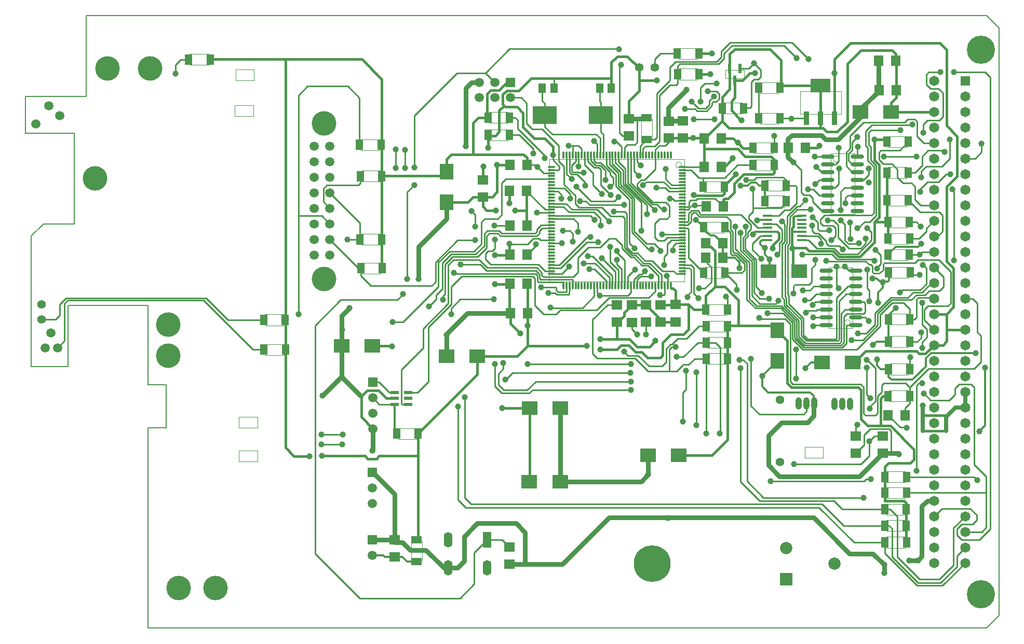
<source format=gtl>
%FSLAX42Y42*%
%MOMM*%
G71*
G01*
G75*
G04 Layer_Physical_Order=1*
G04 Layer_Color=255*
%ADD10C,0.20*%
%ADD11O,1.35X0.35*%
%ADD12O,0.35X1.35*%
%ADD13O,2.20X0.60*%
%ADD14R,1.65X0.30*%
%ADD15R,1.20X1.80*%
%ADD16R,1.80X1.20*%
%ADD17R,4.00X3.00*%
%ADD18R,1.45X0.55*%
%ADD19R,1.45X0.55*%
%ADD20R,0.60X1.55*%
%ADD21R,3.30X2.25*%
%ADD22R,0.95X2.25*%
%ADD23R,1.60X1.80*%
%ADD24R,2.20X2.60*%
%ADD25R,2.60X2.20*%
%ADD26R,1.80X1.60*%
%ADD27R,1.30X1.50*%
%ADD28C,0.23*%
%ADD29C,0.40*%
%ADD30C,0.80*%
%ADD31C,0.70*%
%ADD32C,0.30*%
%ADD33C,0.25*%
%ADD34C,0.25*%
%ADD35C,0.10*%
%ADD36C,1.65*%
%ADD37R,1.65X1.65*%
%ADD38C,4.60*%
%ADD39C,2.00*%
%ADD40R,2.00X2.00*%
%ADD41O,1.00X2.00*%
%ADD42O,1.00X2.00*%
%ADD43C,1.50*%
%ADD44C,1.40*%
%ADD45R,1.50X1.50*%
%ADD46R,1.50X1.50*%
%ADD47C,4.00*%
%ADD48R,1.40X2.50*%
%ADD49O,1.40X2.50*%
%ADD50C,6.00*%
%ADD51C,1.00*%
D10*
X16229Y949D02*
G03*
X16229Y949I-125J0D01*
G01*
X764Y5407D02*
X814D01*
Y5457D01*
X764D02*
X814D01*
X764Y5407D02*
Y5457D01*
Y5661D02*
Y5682D01*
Y5711D01*
X814Y5661D02*
Y5682D01*
Y5711D01*
X764D02*
X788D01*
X814D01*
X764Y5661D02*
X788D01*
X814D01*
X1524Y9072D02*
Y10394D01*
X16204D01*
X16405Y10193D01*
Y595D02*
Y10193D01*
X16204Y394D02*
X16405Y595D01*
X4024Y394D02*
X16204D01*
X2524D02*
X4024D01*
X2524D02*
Y3664D01*
X2824D01*
Y4364D01*
X2524D02*
X2824D01*
X2524D02*
Y5665D01*
X1224D02*
X2524D01*
X1224Y4664D02*
Y5665D01*
X624Y4664D02*
X1224D01*
X624D02*
Y6794D01*
X824Y6994D01*
X1324D01*
Y8478D01*
X522Y8477D02*
X1321D01*
X525Y8478D02*
Y9072D01*
X1524D01*
D11*
X11243Y7925D02*
D03*
Y7875D02*
D03*
Y7825D02*
D03*
Y7775D02*
D03*
Y7725D02*
D03*
Y7675D02*
D03*
Y7625D02*
D03*
Y7575D02*
D03*
Y7525D02*
D03*
Y7475D02*
D03*
Y7425D02*
D03*
Y7375D02*
D03*
Y7325D02*
D03*
Y7275D02*
D03*
Y7225D02*
D03*
Y7175D02*
D03*
Y7125D02*
D03*
Y7075D02*
D03*
Y7025D02*
D03*
Y6975D02*
D03*
Y6925D02*
D03*
Y6875D02*
D03*
Y6825D02*
D03*
Y6775D02*
D03*
Y6725D02*
D03*
Y6675D02*
D03*
Y6625D02*
D03*
Y6575D02*
D03*
Y6525D02*
D03*
Y6475D02*
D03*
Y6425D02*
D03*
Y6375D02*
D03*
Y6325D02*
D03*
Y6275D02*
D03*
Y6225D02*
D03*
Y6175D02*
D03*
X9107D02*
D03*
Y6225D02*
D03*
Y6275D02*
D03*
Y6325D02*
D03*
Y6375D02*
D03*
Y6425D02*
D03*
Y6475D02*
D03*
Y6525D02*
D03*
Y6575D02*
D03*
Y6625D02*
D03*
Y6675D02*
D03*
Y6725D02*
D03*
Y6775D02*
D03*
Y6825D02*
D03*
Y6875D02*
D03*
Y6925D02*
D03*
Y6975D02*
D03*
Y7025D02*
D03*
Y7075D02*
D03*
Y7125D02*
D03*
Y7175D02*
D03*
Y7225D02*
D03*
Y7275D02*
D03*
Y7325D02*
D03*
Y7375D02*
D03*
Y7425D02*
D03*
Y7475D02*
D03*
Y7525D02*
D03*
Y7575D02*
D03*
Y7625D02*
D03*
Y7675D02*
D03*
Y7725D02*
D03*
Y7775D02*
D03*
Y7825D02*
D03*
Y7875D02*
D03*
Y7925D02*
D03*
D12*
X11050Y5982D02*
D03*
X11000D02*
D03*
X10950D02*
D03*
X10900D02*
D03*
X10850D02*
D03*
X10800D02*
D03*
X10750D02*
D03*
X10700D02*
D03*
X10650D02*
D03*
X10600D02*
D03*
X10550D02*
D03*
X10500D02*
D03*
X10450D02*
D03*
X10400D02*
D03*
X10350D02*
D03*
X10300D02*
D03*
X10250D02*
D03*
X10200D02*
D03*
X10150D02*
D03*
X10100D02*
D03*
X10050D02*
D03*
X10000D02*
D03*
X9950D02*
D03*
X9900D02*
D03*
X9850D02*
D03*
X9800D02*
D03*
X9750D02*
D03*
X9700D02*
D03*
X9650D02*
D03*
X9600D02*
D03*
X9550D02*
D03*
X9500D02*
D03*
X9450D02*
D03*
X9400D02*
D03*
X9350D02*
D03*
X9300D02*
D03*
Y8118D02*
D03*
X9350D02*
D03*
X9400D02*
D03*
X9450D02*
D03*
X9500D02*
D03*
X9550D02*
D03*
X9600D02*
D03*
X9650D02*
D03*
X9700D02*
D03*
X9750D02*
D03*
X9800D02*
D03*
X9850D02*
D03*
X9900D02*
D03*
X9950D02*
D03*
X10000D02*
D03*
X10050D02*
D03*
X10100D02*
D03*
X10150D02*
D03*
X10200D02*
D03*
X10250D02*
D03*
X10300D02*
D03*
X10350D02*
D03*
X10400D02*
D03*
X10450D02*
D03*
X10500D02*
D03*
X10550D02*
D03*
X10600D02*
D03*
X10650D02*
D03*
X10700D02*
D03*
X10750D02*
D03*
X10800D02*
D03*
X10850D02*
D03*
X10900D02*
D03*
X10950D02*
D03*
X11000D02*
D03*
X11050D02*
D03*
D13*
X14092Y7203D02*
D03*
Y7330D02*
D03*
Y7457D02*
D03*
Y7584D02*
D03*
Y7711D02*
D03*
Y7838D02*
D03*
Y7965D02*
D03*
Y8092D02*
D03*
X13612Y7203D02*
D03*
Y7330D02*
D03*
Y7457D02*
D03*
Y7584D02*
D03*
Y7711D02*
D03*
Y7838D02*
D03*
Y7965D02*
D03*
Y8092D02*
D03*
X14065Y5338D02*
D03*
Y5465D02*
D03*
Y5592D02*
D03*
Y5719D02*
D03*
Y5846D02*
D03*
Y5973D02*
D03*
Y6100D02*
D03*
Y6227D02*
D03*
X13585Y5338D02*
D03*
Y5465D02*
D03*
Y5592D02*
D03*
Y5719D02*
D03*
Y5846D02*
D03*
Y5973D02*
D03*
Y6100D02*
D03*
Y6227D02*
D03*
D14*
X13183Y7123D02*
D03*
X12628Y6732D02*
D03*
X13183D02*
D03*
Y6797D02*
D03*
Y6863D02*
D03*
Y6928D02*
D03*
Y6992D02*
D03*
Y7057D02*
D03*
X12628Y6797D02*
D03*
Y6863D02*
D03*
Y6928D02*
D03*
Y6992D02*
D03*
Y7057D02*
D03*
Y7123D02*
D03*
D15*
X4768Y4940D02*
D03*
X4418D02*
D03*
X3540Y9678D02*
D03*
X3190D02*
D03*
X11578Y7598D02*
D03*
X11928D02*
D03*
X12390Y7953D02*
D03*
X12740D02*
D03*
X4763Y5425D02*
D03*
X4413D02*
D03*
X12835Y9215D02*
D03*
X12485D02*
D03*
X11890Y8883D02*
D03*
X12240D02*
D03*
X12482Y8715D02*
D03*
X12832D02*
D03*
X8070Y8730D02*
D03*
X8420D02*
D03*
X12737Y8232D02*
D03*
X12387D02*
D03*
X11158Y9773D02*
D03*
X11508D02*
D03*
X8073Y8445D02*
D03*
X8423D02*
D03*
X11588Y6938D02*
D03*
X11938D02*
D03*
X11588Y6195D02*
D03*
X11938D02*
D03*
X14575Y7830D02*
D03*
X14925D02*
D03*
X14593Y7023D02*
D03*
X14943D02*
D03*
X11977Y4792D02*
D03*
X11627D02*
D03*
X11977Y5055D02*
D03*
X11627D02*
D03*
X11623Y5593D02*
D03*
X11973D02*
D03*
X11977Y5322D02*
D03*
X11627D02*
D03*
X14895Y1792D02*
D03*
X14545D02*
D03*
X14543Y2863D02*
D03*
X14893D02*
D03*
X14892Y2332D02*
D03*
X14542D02*
D03*
X5995Y6270D02*
D03*
X6345D02*
D03*
X5985Y6740D02*
D03*
X6335D02*
D03*
X5977Y8285D02*
D03*
X6327D02*
D03*
X5990Y7772D02*
D03*
X6340D02*
D03*
X14543Y2603D02*
D03*
X14893D02*
D03*
X14892Y2067D02*
D03*
X14542D02*
D03*
X6582Y3567D02*
D03*
X6932D02*
D03*
X14598Y5435D02*
D03*
X14948D02*
D03*
X14595Y4183D02*
D03*
X14945D02*
D03*
X12932Y7365D02*
D03*
X12582D02*
D03*
X12932Y7622D02*
D03*
X12582D02*
D03*
X14575Y7378D02*
D03*
X14925D02*
D03*
X11160Y9438D02*
D03*
X11510D02*
D03*
X14595Y6753D02*
D03*
X14945D02*
D03*
X14950Y5070D02*
D03*
X14600D02*
D03*
X14940Y6490D02*
D03*
X14590D02*
D03*
X14955Y6202D02*
D03*
X14605D02*
D03*
X14950Y4620D02*
D03*
X14600D02*
D03*
X14575Y8335D02*
D03*
X14925D02*
D03*
D16*
X10657Y8373D02*
D03*
Y8723D02*
D03*
X6908Y1482D02*
D03*
Y1832D02*
D03*
D17*
X9912Y8773D02*
D03*
X8998D02*
D03*
D18*
X6552Y4048D02*
D03*
Y4143D02*
D03*
X6767Y4048D02*
D03*
Y4143D02*
D03*
Y4238D02*
D03*
D19*
X6552D02*
D03*
D20*
X12097Y9336D02*
D03*
X12014Y9530D02*
D03*
X12181D02*
D03*
D21*
X13495Y9249D02*
D03*
D22*
X13724Y8716D02*
D03*
X13495D02*
D03*
X13266D02*
D03*
D23*
X14722Y9655D02*
D03*
X14442D02*
D03*
X14728Y9177D02*
D03*
X14448D02*
D03*
X11617Y6675D02*
D03*
X11898D02*
D03*
Y6445D02*
D03*
X11618D02*
D03*
X13243Y8235D02*
D03*
X12963D02*
D03*
X11907Y7277D02*
D03*
X11627D02*
D03*
X8705Y7955D02*
D03*
X8425D02*
D03*
X11597Y8390D02*
D03*
X11878D02*
D03*
X8708Y6015D02*
D03*
X8428D02*
D03*
X8720Y5535D02*
D03*
X8440D02*
D03*
X11595Y7925D02*
D03*
X11875D02*
D03*
X8428Y6495D02*
D03*
X8707D02*
D03*
X14590Y3870D02*
D03*
X14870D02*
D03*
X8425Y6967D02*
D03*
X8705D02*
D03*
X8423Y7530D02*
D03*
X8703D02*
D03*
D24*
X12785Y5257D02*
D03*
Y4756D02*
D03*
X7397Y7347D02*
D03*
Y7847D02*
D03*
D25*
X10682Y3212D02*
D03*
X11181D02*
D03*
X7399Y4835D02*
D03*
X7899D02*
D03*
X13144Y6223D02*
D03*
X12644D02*
D03*
X8749Y3982D02*
D03*
X9249D02*
D03*
X9246Y2785D02*
D03*
X8746D02*
D03*
X13519Y4735D02*
D03*
X14018D02*
D03*
X5684Y5000D02*
D03*
X6184D02*
D03*
X14146Y8818D02*
D03*
X14646D02*
D03*
D26*
X8417Y1440D02*
D03*
Y1720D02*
D03*
X11133Y5675D02*
D03*
Y5395D02*
D03*
X10370Y8433D02*
D03*
Y8712D02*
D03*
X7987Y7713D02*
D03*
Y7433D02*
D03*
X10880Y5670D02*
D03*
Y5390D02*
D03*
X11247Y8395D02*
D03*
Y8675D02*
D03*
X11018Y8393D02*
D03*
Y8672D02*
D03*
X10175Y5673D02*
D03*
Y5392D02*
D03*
X14507Y3527D02*
D03*
Y3247D02*
D03*
X10648Y5390D02*
D03*
Y5670D02*
D03*
X14067Y3528D02*
D03*
Y3248D02*
D03*
X10420Y5387D02*
D03*
Y5667D02*
D03*
X6547Y1835D02*
D03*
Y1555D02*
D03*
D27*
X9145Y9210D02*
D03*
X8955D02*
D03*
X9893Y9207D02*
D03*
X10083D02*
D03*
D28*
X8797Y4283D02*
X10403D01*
X8745Y4230D02*
X8797Y4283D01*
X8297Y4230D02*
X8745D01*
X8185Y4342D02*
X8297Y4230D01*
X8185Y4342D02*
Y4708D01*
X8850Y4420D02*
X10400D01*
X8712Y4283D02*
X8850Y4420D01*
X8325Y4283D02*
X8712D01*
X8240Y4367D02*
X8325Y4283D01*
X8240Y4367D02*
Y4547D01*
X8322Y4630D01*
Y4720D01*
X13145Y6224D02*
X13156Y6212D01*
X8424Y9853D02*
X10203D01*
X12243Y8883D02*
Y8888D01*
Y8882D02*
Y8883D01*
X6868Y7628D02*
X6870D01*
X6689Y5846D02*
X6690Y5847D01*
X6595Y5753D02*
X6689Y5846D01*
X8847Y7955D02*
X8879Y7924D01*
X8978Y7825D01*
X10868Y8340D02*
Y9090D01*
X11135Y9262D02*
X11160Y9288D01*
X11040Y9262D02*
X11135D01*
X10868Y9090D02*
X11040Y9262D01*
X10800Y7893D02*
Y8118D01*
X10400Y5872D02*
Y5982D01*
X9107Y6175D02*
X9277D01*
X9850Y5865D02*
Y5982D01*
X9107Y6675D02*
X9272D01*
X11243Y7275D02*
X11330D01*
X10800Y8118D02*
Y8208D01*
X11243Y7925D02*
X11595D01*
X11243Y7875D02*
X11385D01*
X9107D02*
X9215D01*
X9800Y5813D02*
Y5982D01*
X9550Y7933D02*
Y8118D01*
X11243Y7025D02*
X11322D01*
X11243Y6925D02*
X11325D01*
X11243Y6325D02*
X11381D01*
X11243Y6275D02*
X11351D01*
X11243Y6175D02*
X11243Y6175D01*
X10950Y5847D02*
Y5982D01*
X10800Y5895D02*
Y5982D01*
X9400Y5902D02*
Y5982D01*
X9350Y5882D02*
Y5982D01*
Y5882D02*
Y5982D01*
X9107Y6275D02*
X9255D01*
X9107Y6325D02*
X9233D01*
X9107Y7075D02*
X9468D01*
X9107Y7125D02*
X9745D01*
X9107Y7275D02*
X9300D01*
X9107Y7325D02*
X9343D01*
X9107Y7525D02*
X9213D01*
X9107Y7575D02*
X9315D01*
X9350Y7807D02*
Y8118D01*
X9400Y7838D02*
Y8118D01*
X9500Y8017D02*
Y8118D01*
X9650Y7955D02*
Y8118D01*
X9700Y8015D02*
Y8118D01*
X9750Y8022D02*
Y8118D01*
X9800Y8025D02*
Y8118D01*
X10000Y7952D02*
Y8118D01*
X10050Y7964D02*
Y8118D01*
X10100Y7974D02*
Y8118D01*
X10150Y7990D02*
Y8118D01*
X10200Y8005D02*
Y8118D01*
X10350Y7660D02*
Y8118D01*
X10400Y7658D02*
Y8118D01*
X10450Y7857D02*
Y8118D01*
X10500Y8010D02*
Y8118D01*
X12359Y4794D02*
X12360Y4792D01*
Y4022D02*
X12500Y3883D01*
X7012Y4966D02*
Y5285D01*
X7421Y5694D01*
X6663Y4616D02*
X7012Y4966D01*
X6663Y4065D02*
Y4616D01*
X9610Y5622D02*
X9800Y5813D01*
X8835Y5663D02*
X8982Y5515D01*
X9245Y5583D02*
X9843D01*
X9180Y5515D02*
X9245Y5580D01*
X8982Y5515D02*
X9180D01*
X8115Y6335D02*
X8895D01*
X8182Y6593D02*
Y6735D01*
X8138Y6547D02*
X8182Y6593D01*
X8072Y6547D02*
X8138D01*
X8032Y6507D02*
X8072Y6547D01*
X8032Y6418D02*
Y6507D01*
Y6418D02*
X8115Y6335D01*
X8425Y6665D02*
X8720D01*
X8810Y6755D01*
X8903D01*
X8932Y6725D01*
X8962D01*
X9107Y6725D02*
X9110D01*
X8962Y6725D02*
X9107Y6725D01*
X8700Y7530D02*
X8701Y7529D01*
X8293Y7140D02*
Y7657D01*
X7965Y7028D02*
X8018Y7080D01*
X7965Y6670D02*
Y7028D01*
X8018Y7080D02*
X8232D01*
X8293Y7140D01*
X9005Y7225D02*
X9107D01*
X8720Y4703D02*
X10403D01*
X8718D02*
X8720D01*
X16195Y2038D02*
Y2603D01*
X14893D02*
X16195D01*
X13255Y5542D02*
X13288Y5575D01*
X13427D01*
X13444Y5592D01*
X13585D01*
X13409Y5719D02*
X13585D01*
X8468Y4560D02*
X10397D01*
X8360Y4453D02*
X8468Y4560D01*
X13238Y5750D02*
X13325D01*
X13421Y5846D01*
X13585D01*
X5355Y3397D02*
X5695D01*
X13220Y5908D02*
X13320D01*
X13385Y5973D01*
X13585D01*
X12232Y4775D02*
X12297Y4710D01*
Y2790D02*
Y4710D01*
X12178Y4775D02*
X12232D01*
X11855Y3575D02*
Y4980D01*
X11850Y3570D02*
X11855Y3575D01*
X13093Y4467D02*
Y4590D01*
Y4465D02*
Y4467D01*
X15498Y5965D02*
Y6130D01*
X15430Y5897D02*
X15498Y5965D01*
X15262Y5897D02*
X15430D01*
X15200Y5835D02*
X15262Y5897D01*
X15055Y5835D02*
X15200D01*
X14185Y5097D02*
X14425Y5338D01*
X13380Y5338D02*
X13585D01*
X15005Y5878D02*
X15150D01*
X13373Y5465D02*
X13585Y5465D01*
X15062Y2962D02*
Y2965D01*
X14950Y4812D02*
X14955Y4817D01*
X14950Y4620D02*
Y4812D01*
X13093Y4590D02*
Y4940D01*
Y4588D02*
Y4590D01*
X13048Y5860D02*
Y5965D01*
X13080Y5997D01*
X13302D01*
X13345Y6040D01*
Y6267D01*
X13405Y6328D01*
Y6405D01*
X13193Y6495D02*
X13200Y6503D01*
X13585Y6392D02*
X13595D01*
X13975Y6755D02*
X13977Y6753D01*
X13975Y6755D02*
Y7018D01*
X13902Y7332D02*
Y7422D01*
Y7330D02*
Y7332D01*
Y7422D02*
X13937Y7457D01*
X14092D01*
X13460Y6840D02*
X13588Y6712D01*
X13855Y6580D02*
X13857D01*
X13800Y6635D02*
X13855Y6580D01*
X13807Y6500D02*
X14098D01*
X13956Y6597D02*
X14148D01*
X13780Y6774D02*
X13956Y6597D01*
X13780Y6774D02*
Y6975D01*
X14385Y6570D02*
X14475Y6480D01*
X14105Y6668D02*
X14118Y6680D01*
X13948Y6668D02*
X14105D01*
X14360Y7170D02*
Y7932D01*
X14323Y7132D02*
X14360Y7170D01*
X13557Y7132D02*
X14323D01*
X12935Y5672D02*
Y5790D01*
X13795Y5322D02*
Y5733D01*
Y5317D02*
Y5322D01*
Y5317D02*
Y5322D01*
Y5105D02*
Y5317D01*
X13773Y5083D02*
X13795Y5105D01*
X13260Y5083D02*
X13773D01*
X13175Y5167D02*
X13260Y5083D01*
X13175Y5167D02*
Y5433D01*
X12935Y5672D02*
X13175Y5433D01*
X13893Y6722D02*
X13948Y6668D01*
X13818Y7220D02*
Y7520D01*
X13893Y6722D02*
Y6982D01*
X13823Y7053D02*
X13893Y6982D01*
X14255Y5942D02*
X14290Y5908D01*
X14300Y4010D02*
X14385Y4095D01*
X14300Y3975D02*
Y4010D01*
X15668Y6400D02*
Y7532D01*
X15643Y7557D02*
X15668Y7532D01*
X15342Y6791D02*
X15404D01*
X15485Y6872D01*
Y7133D01*
X15431Y7187D02*
X15485Y7133D01*
X15116Y7187D02*
X15431D01*
X15120Y5917D02*
X15215Y6012D01*
X14832Y5917D02*
X15120D01*
X12122Y5920D02*
X12128Y5915D01*
X12122Y5920D02*
Y6010D01*
X8175Y9307D02*
X8179D01*
X8300Y1838D02*
X8417Y1720D01*
X8060Y1838D02*
X8300D01*
X12135Y7953D02*
X12390D01*
X11932Y7749D02*
X12135Y7953D01*
X11385Y7875D02*
X11511Y7749D01*
X11938Y6195D02*
X12122Y6010D01*
X11938Y6938D02*
X12025Y6850D01*
X11343Y6440D02*
X11588Y6195D01*
X11343Y6440D02*
Y6907D01*
X11325Y6925D02*
X11343Y6907D01*
X12028Y6895D02*
X12060Y6862D01*
X11428Y5858D02*
X11505Y5780D01*
X11428Y5858D02*
Y6278D01*
X11381Y6325D02*
X11428Y6278D01*
X11322Y5828D02*
X11380Y5885D01*
Y6246D01*
X11351Y6275D02*
X11380Y6246D01*
X12680Y2790D02*
X14202D01*
X11442Y4792D02*
X11627D01*
X11345Y4695D02*
X11442Y4792D01*
X11025Y4940D02*
X11068Y4983D01*
X11025Y4590D02*
Y4940D01*
X11068Y4983D02*
X11128D01*
X11310Y5122D02*
X11510Y5322D01*
X11164Y5122D02*
X11310D01*
X11066Y5025D02*
X11164Y5122D01*
X11047Y5025D02*
X11066D01*
X10420Y5270D02*
X10503Y5188D01*
X10172Y6525D02*
Y6550D01*
Y6525D02*
X10300Y6398D01*
Y5982D02*
Y6398D01*
X10065Y6370D02*
Y6620D01*
X9905Y6612D02*
X10047Y6755D01*
X9710Y6612D02*
X9905D01*
X10047Y6755D02*
X10150D01*
X10258Y6647D01*
Y6592D02*
Y6647D01*
Y6592D02*
X10403Y6447D01*
X10297Y6601D02*
Y7088D01*
Y6601D02*
X10418Y6480D01*
X10270Y7115D02*
X10297Y7088D01*
X10075Y7115D02*
X10270D01*
X10337Y6608D02*
Y7158D01*
Y6608D02*
X10430Y6515D01*
X10297Y7197D02*
X10337Y7158D01*
X10172Y6330D02*
Y6397D01*
Y6330D02*
X10250Y6252D01*
X10065Y6370D02*
X10200Y6235D01*
X10150Y5982D02*
Y6210D01*
X9925Y6435D02*
X10150Y6210D01*
X10100Y5982D02*
Y6143D01*
X9697Y6470D02*
X9772D01*
X10100Y6143D01*
X9635Y6350D02*
X9820D01*
X10050Y6120D01*
Y5982D02*
Y6120D01*
X9725Y6253D02*
X9809D01*
X10000Y6061D01*
Y5982D02*
Y6061D01*
X14375Y3527D02*
X14507D01*
X14290Y3442D02*
X14375Y3527D01*
X11780Y5055D02*
X11855Y4980D01*
X11627Y5055D02*
X11780D01*
X11495D02*
X11627D01*
X11260Y4820D02*
X11495Y5055D01*
X11143Y4820D02*
X11260D01*
X10250Y5982D02*
Y6252D01*
X8853Y6640D02*
Y6662D01*
X8707Y6495D02*
X8853Y6640D01*
X9290Y6880D02*
X9407D01*
X9455Y6832D01*
Y6700D02*
Y6832D01*
X11947Y5805D02*
X11973Y5780D01*
Y5593D02*
Y5780D01*
X12562Y2525D02*
X14198D01*
X12297Y2790D02*
X12562Y2525D01*
X10200Y5982D02*
Y6235D01*
X10450Y5982D02*
Y6085D01*
X11510Y5322D02*
X11627D01*
X14067Y3692D02*
X14090Y3715D01*
X14067Y3528D02*
Y3692D01*
X14198Y3895D02*
X14225Y3867D01*
X14198Y3895D02*
Y4323D01*
X14148Y4372D02*
X14198Y4323D01*
X14390Y3867D02*
X14425Y3903D01*
X14493Y4250D02*
Y4358D01*
X14425Y4183D02*
X14493Y4250D01*
X14425Y3903D02*
Y4183D01*
X14225Y3867D02*
X14390D01*
X13045Y4372D02*
X14148D01*
X14527Y4392D02*
X14878D01*
X14493Y4358D02*
X14527Y4392D01*
X6195Y4151D02*
X6298Y4048D01*
X6552D01*
X6464Y4238D02*
X6552D01*
X6297Y4405D02*
X6464Y4238D01*
X6195Y4405D02*
X6297D01*
X6663Y4065D02*
X6680Y4048D01*
X6767D01*
X8801Y6139D02*
X8835Y6105D01*
X7099Y4416D02*
Y5309D01*
X6922Y4238D02*
X7099Y4416D01*
X6767Y4238D02*
X6922D01*
X9393Y5895D02*
X9400Y5902D01*
X9393Y5839D02*
Y5895D01*
X9190Y5839D02*
X9393D01*
X9162Y5867D02*
X9190Y5839D01*
X9058Y5867D02*
X9162D01*
X5491Y6738D02*
X5960Y6270D01*
X7575Y6728D02*
X7862D01*
X5995Y6143D02*
X6158Y5980D01*
X5995Y6143D02*
Y6270D01*
X9210Y5882D02*
X9350D01*
X9178Y5915D02*
X9210Y5882D01*
X9178Y5915D02*
Y5950D01*
X9172Y5956D02*
X9178Y5950D01*
X8938Y5956D02*
X9172D01*
X4982Y5515D02*
Y7123D01*
X5361D02*
X5491Y6992D01*
X9210Y5882D02*
X9350D01*
X9178Y5915D02*
X9210Y5882D01*
X9178Y5915D02*
Y5950D01*
X9172Y5956D02*
X9178Y5950D01*
X8938Y5956D02*
X9172D01*
X4982Y9092D02*
X5130Y9240D01*
X5785D01*
X5977Y9048D01*
Y8285D02*
Y9048D01*
X9450Y5982D02*
Y6082D01*
X5990Y7661D02*
Y7772D01*
X5956Y7627D02*
X5990Y7661D01*
X5441Y7627D02*
X5956D01*
X5385Y7571D02*
X5441Y7627D01*
X5385Y7353D02*
Y7571D01*
Y7353D02*
X5491Y7246D01*
X9300Y5982D02*
Y6039D01*
X8878Y6054D02*
X8893Y6039D01*
X8878Y6054D02*
Y6156D01*
X8852Y6182D02*
X8878Y6156D01*
X5778Y6740D02*
X5985D01*
X5491Y7500D02*
X5985Y7007D01*
Y6740D02*
Y7007D01*
X13144Y6223D02*
X13145Y6224D01*
X10420Y5270D02*
Y5387D01*
X4982Y7123D02*
Y9092D01*
Y7123D02*
X5361D01*
X10648Y5185D02*
Y5390D01*
X9350Y7807D02*
X9432Y7725D01*
X8172Y6967D02*
X8425D01*
X11295Y4288D02*
Y4592D01*
X11465Y4283D02*
Y4570D01*
X11465Y4283D02*
X11465Y4283D01*
X11247Y4240D02*
X11295Y4288D01*
X8953Y8545D02*
X9225Y8272D01*
X8790Y8545D02*
X8953D01*
X8703Y8632D02*
X8790Y8545D01*
X8703Y8632D02*
Y8965D01*
X8614Y9054D02*
X8703Y8965D01*
X8433Y9054D02*
X8614D01*
X9850Y8118D02*
Y8295D01*
X9799Y8346D02*
X9850Y8295D01*
X11110Y7375D02*
X11243D01*
X11075Y7410D02*
X11110Y7375D01*
X11038Y7410D02*
X11075D01*
X11018Y7525D02*
X11243D01*
X10960Y7582D02*
X11018Y7525D01*
X10812Y7582D02*
X10960D01*
X11042Y7575D02*
X11243D01*
X10938Y7680D02*
X11042Y7575D01*
X10653Y7680D02*
X10938D01*
X10596Y7624D02*
X10653Y7680D01*
X14105Y6920D02*
X14210Y7025D01*
X14400Y7125D02*
Y7945D01*
X14275Y8285D02*
X14312Y8247D01*
X14275Y8285D02*
Y8485D01*
X14312Y8522D01*
X14230Y8270D02*
X14265Y8235D01*
X14230Y8270D02*
Y8505D01*
X14332Y8607D01*
X10907Y6825D02*
X11243D01*
X15138Y7750D02*
Y7857D01*
X15215Y7935D01*
X15475D01*
X15600Y8060D01*
Y8375D01*
X11160Y9438D02*
Y9565D01*
X11200Y9605D01*
X11830D01*
X11918Y9693D01*
Y9775D01*
X12050Y9907D01*
X12895D01*
X13105Y9697D01*
X10600Y8118D02*
Y8224D01*
X10793Y8265D02*
X10868Y8340D01*
X10641Y8265D02*
X10793D01*
X10600Y8224D02*
X10641Y8265D01*
X10550Y8118D02*
Y8265D01*
X10657Y8373D01*
X10795D01*
X10825Y8403D01*
Y9125D01*
X11035Y9335D01*
Y9545D01*
X11132Y9643D01*
X11800D01*
X11878Y9720D01*
Y9810D01*
X12022Y9955D01*
X13030D01*
X13298Y9688D01*
X15850Y8061D02*
X16013D01*
X16120Y8168D01*
Y8303D01*
X10500Y8010D02*
X10565Y7945D01*
X12285Y7715D02*
X12412D01*
X12453Y7755D01*
X12885D01*
X12932Y7708D01*
Y7622D02*
Y7708D01*
X13765Y6415D02*
X14325D01*
X13677Y6503D02*
X13765Y6415D01*
X13200Y6503D02*
X13677D01*
X12628Y6992D02*
X12770D01*
X10450Y7857D02*
X10525Y7782D01*
X12910Y7218D02*
X12990D01*
X13102Y7330D01*
Y7600D01*
X13080Y7622D02*
X13102Y7600D01*
X12932Y7622D02*
X13080D01*
X12932Y7335D02*
Y7365D01*
X12915Y5810D02*
X12935Y5790D01*
X13795Y5733D02*
X13908Y5846D01*
X14065D01*
X10350Y7660D02*
X10788Y7222D01*
X13111Y7281D02*
X13154D01*
Y7281D02*
X13250Y7378D01*
X13110Y7225D02*
X13330D01*
X12955Y5840D02*
X12973Y5822D01*
Y5685D02*
Y5822D01*
Y5685D02*
X13210Y5447D01*
Y5183D02*
Y5447D01*
Y5183D02*
X13276Y5116D01*
X13744D01*
X13757Y5130D01*
X10200Y8005D02*
X10310Y7895D01*
Y7652D02*
Y7895D01*
Y7652D02*
X10665Y7297D01*
X12988Y7103D02*
X13110Y7225D01*
X12988Y6970D02*
Y7103D01*
X12952Y6984D02*
Y7122D01*
X13111Y7281D01*
X12785Y6495D02*
X12823Y6532D01*
X12785Y6495D02*
Y6495D01*
X12868Y5792D02*
X12895Y5765D01*
Y5665D02*
Y5765D01*
Y5665D02*
X13140Y5420D01*
X13802Y5047D02*
X13830Y5075D01*
X10150Y7990D02*
X10272Y7868D01*
Y7643D02*
Y7868D01*
Y7643D02*
X10570Y7345D01*
Y6882D02*
Y7345D01*
X12365Y5735D02*
X12365D01*
X12447Y5653D01*
X12860D01*
X13105Y5408D01*
Y5140D02*
Y5408D01*
Y5140D02*
X13233Y5012D01*
X13830D01*
X13875Y5058D02*
Y5475D01*
X13927Y5528D01*
X14198D01*
X14220Y5550D01*
Y5692D01*
X14194Y5719D02*
X14220Y5692D01*
X14065Y5719D02*
X14194D01*
X13830Y5012D02*
X13875Y5058D01*
X12432Y5617D02*
X12848D01*
X13070Y5395D01*
Y5128D02*
Y5395D01*
Y5128D02*
X13220Y4977D01*
X13850D01*
X13918Y5045D01*
Y5320D01*
X13935Y5338D01*
X14065D01*
X12512Y6797D02*
X12628D01*
X12385Y6568D02*
Y6670D01*
X12512Y6797D01*
X14065Y5465D02*
X14228D01*
X14280Y5412D01*
X13183Y6797D02*
X13450D01*
X13500Y6747D01*
X9468Y7075D02*
X9540Y7003D01*
Y6868D02*
Y7003D01*
X13183Y6732D02*
X13293D01*
X13432Y6593D01*
X15542Y7807D02*
X15610D01*
X15412Y7678D02*
X15542Y7807D01*
X15232Y7678D02*
X15412D01*
X15115Y7560D02*
X15232Y7678D01*
X15115Y7518D02*
Y7560D01*
X8360Y7725D02*
X9107D01*
X8293Y7657D02*
X8360Y7725D01*
X8940Y6975D02*
X9107D01*
X8870Y6905D02*
X8940Y6975D01*
X8870Y6868D02*
Y6905D01*
X8838Y6835D02*
X8870Y6868D01*
X7470Y5615D02*
X7617Y5762D01*
X7470Y5515D02*
Y5615D01*
X7582Y2490D02*
Y4010D01*
Y2490D02*
X7712Y2360D01*
X13470D01*
X14038Y1792D01*
X14545D01*
Y1613D02*
Y1792D01*
Y1613D02*
X15070Y1088D01*
X15480D01*
X15850Y1457D01*
X8953Y6925D02*
X9107D01*
X8907Y6880D02*
X8953Y6925D01*
X8907Y6843D02*
Y6880D01*
X8860Y6795D02*
X8907Y6843D01*
X7338Y5755D02*
Y5815D01*
X7112Y5647D02*
X7226Y5761D01*
Y5831D01*
X7328Y5933D01*
X7688Y2525D02*
Y4160D01*
Y2525D02*
X7790Y2423D01*
X13515D02*
X13870Y2067D01*
X14542D01*
X14613D01*
X14657Y2023D01*
Y1555D02*
Y2023D01*
Y1555D02*
X15080Y1132D01*
X15450D01*
X15715Y1398D01*
Y1576D01*
X15850Y1711D01*
X7790Y2423D02*
X13515D01*
X14950Y5070D02*
X15070D01*
X15132Y5133D01*
Y5220D01*
X10453Y6872D02*
Y7415D01*
X10449Y6447D02*
X10583Y6312D01*
X10680D01*
X10850Y5982D02*
Y6142D01*
X10680Y6312D02*
X10850Y6142D01*
X10418Y6480D02*
X10475D01*
X10605Y6350D01*
X10708D01*
X10900Y5982D02*
Y6158D01*
X10708Y6350D02*
X10900Y6158D01*
X10430Y6515D02*
X10512D01*
X10634Y6392D01*
X11143Y6175D02*
X11243D01*
X10453Y6872D02*
X10657Y6668D01*
X15157Y6537D02*
X15342D01*
X14940Y6490D02*
X15110D01*
X11322Y5797D02*
Y5828D01*
X10403Y6447D02*
X10449D01*
X13140Y5153D02*
Y5420D01*
Y5153D02*
X13245Y5047D01*
X13802D01*
X13830Y5075D02*
Y5530D01*
X13892Y5592D01*
X14065D01*
X10378Y6680D02*
Y7390D01*
X10665Y7155D02*
Y7297D01*
X13715Y6593D02*
X13807Y6500D01*
X13432Y6593D02*
X13715D01*
X13588Y6675D02*
Y6712D01*
Y6675D02*
X13627Y6635D01*
X13800D01*
X13757Y5130D02*
Y5786D01*
X13944Y5973D01*
X14065D01*
X13752Y5980D02*
Y6295D01*
Y5980D02*
X13788Y5945D01*
X15148Y4967D02*
Y5065D01*
X15227Y5145D01*
Y5270D01*
X15150Y5347D02*
X15227Y5270D01*
X15150Y5347D02*
Y5705D01*
X14945Y4065D02*
Y4183D01*
X14870Y3990D02*
X14945Y4065D01*
X14870Y3870D02*
Y3990D01*
X14945Y4183D02*
Y4325D01*
X15975Y5775D02*
X16050Y5700D01*
X15850Y5775D02*
X15975D01*
X12493Y5912D02*
Y5915D01*
Y5912D02*
X12538Y5867D01*
X12503Y5775D02*
X12638D01*
X14878Y4392D02*
X14945Y4325D01*
X13000Y4417D02*
X13045Y4372D01*
X13000Y4417D02*
Y5360D01*
X12915Y5445D02*
X13000Y5360D01*
X9678Y6697D02*
X9865D01*
X9255Y6275D02*
X9678Y6697D01*
X9670Y6762D02*
X9688Y6780D01*
X9688D02*
X9743D01*
X9233Y6325D02*
X9670Y6762D01*
X12468Y6928D02*
X12628D01*
X9745Y7125D02*
X9807Y7062D01*
X12500Y5690D02*
X12760D01*
X12805Y5735D01*
X12628Y5533D02*
X12885D01*
X13035Y5383D01*
Y5114D02*
Y5383D01*
Y5114D02*
X13206Y4942D01*
X14085D01*
X14323Y5180D01*
X15090Y5790D02*
X15327D01*
X15342Y5775D01*
X11465Y3710D02*
Y4283D01*
X11247Y3762D02*
Y4240D01*
X16123Y1965D02*
X16195Y2038D01*
X15850Y1965D02*
X16123D01*
X14542Y2332D02*
X14630D01*
X14745Y2217D01*
Y1557D02*
Y2217D01*
Y1557D02*
X15112Y1190D01*
X15432D01*
X15660Y1418D01*
Y2029D01*
X15850Y2219D01*
X12188Y2780D02*
X12500Y2467D01*
X13715D01*
X13850Y2332D01*
X14542D01*
X12485Y8717D02*
Y9215D01*
X12482Y8715D02*
X12485Y8717D01*
X15032Y7393D02*
Y7607D01*
Y7393D02*
X15126Y7299D01*
X15342D01*
X14925Y7378D02*
X15116Y7187D01*
X14945Y6753D02*
X15103D01*
X15223Y6872D01*
Y6925D01*
X15342Y7045D01*
X14943Y7023D02*
X15055D01*
X15125Y6953D01*
X15248Y8190D02*
X15488D01*
X15512Y8165D01*
X14977Y7662D02*
X15032Y7607D01*
X14838Y7662D02*
X14977D01*
X14748Y7753D02*
X14838Y7662D01*
X11488Y7407D02*
X11777D01*
X11907Y7277D01*
X8705Y7955D02*
X8847D01*
X8978Y7825D02*
X9107D01*
X9460Y6125D02*
X9535Y6200D01*
Y6438D01*
X9535Y6438D02*
X9710Y6612D01*
X9277Y6175D02*
X9397Y6295D01*
X10691Y5785D02*
X10800Y5895D01*
X10046Y5785D02*
X10691D01*
X9843Y5583D02*
X10046Y5785D01*
X8835Y5663D02*
Y6105D01*
X9850Y5865D02*
X9890Y5825D01*
X10353D01*
X10400Y5872D01*
X10800Y8208D02*
X10865Y8272D01*
X10962D01*
X11018Y8328D01*
Y8393D01*
X10250Y8118D02*
Y8257D01*
X10168Y8340D02*
X10250Y8257D01*
X10128Y8340D02*
X10168D01*
X10907Y7232D02*
X10947D01*
X10828Y7312D02*
X10907Y7232D01*
X10745Y7312D02*
X10828D01*
X10997Y6775D02*
X11243D01*
X10940Y6718D02*
X10997Y6775D01*
X10843Y6718D02*
X10940D01*
X10793Y6768D02*
X10843Y6718D01*
X10793Y6768D02*
Y7000D01*
X10870Y7078D01*
X10990D01*
X11030Y7118D01*
Y7285D01*
X10970Y7345D02*
X11030Y7285D01*
X10875Y7345D02*
X10970D01*
X10872Y7347D02*
X10875Y7345D01*
X10400Y7658D02*
X10745Y7312D01*
X10505Y7600D02*
X10757Y7347D01*
X10505Y7600D02*
Y7650D01*
X10568Y7712D01*
X10620D01*
X10757Y7347D02*
X10872D01*
X9545Y8270D02*
X9600Y8215D01*
Y8118D02*
Y8215D01*
X10620Y7712D02*
X10800Y7893D01*
X8868Y7175D02*
X9107D01*
X8868Y7175D02*
X8868Y7175D01*
X6682Y5388D02*
X7264Y5969D01*
Y6364D01*
X7446Y6546D01*
X7841D01*
X7965Y6670D01*
X7328Y5933D02*
Y6355D01*
X7472Y6500D01*
X7872D01*
X8010Y6638D01*
X7338Y5815D02*
X7374Y5851D01*
Y6334D01*
X7495Y6455D01*
X7900D01*
X8047Y6603D01*
X7421Y5694D02*
Y6319D01*
X7512Y6410D01*
X7928D01*
X8059Y6279D01*
X7469Y5679D02*
Y5966D01*
X7099Y5309D02*
X7469Y5679D01*
X7950Y6328D02*
X8047Y6230D01*
X7622Y6328D02*
X7950D01*
X7512Y6197D02*
X7528Y6182D01*
X8852D01*
X7469Y5966D02*
X7641Y6139D01*
X8801D01*
X8010Y6830D02*
X8060Y6880D01*
X8250D01*
X8295Y6835D01*
X8838D01*
X8010Y6638D02*
Y6830D01*
X8047Y6793D02*
X8097Y6843D01*
X8228D01*
X8275Y6795D01*
X8860D01*
X8047Y6603D02*
Y6793D01*
X9450Y8118D02*
Y8270D01*
X9450Y8270D02*
X9450Y8270D01*
X9382Y8270D02*
X9450D01*
X9545D01*
X8912Y6100D02*
X8931Y6082D01*
X8912Y6100D02*
Y6173D01*
X8855Y6230D02*
X8912Y6173D01*
X8047Y6230D02*
X8855D01*
X8931Y6082D02*
X9450D01*
X8947Y6155D02*
X8978Y6125D01*
X8947Y6155D02*
Y6196D01*
X8059Y6279D02*
X8865D01*
X8947Y6196D01*
X8978Y6125D02*
X9460D01*
X11068Y7625D02*
X11243D01*
X10970Y7722D02*
X11068Y7625D01*
X10970Y7722D02*
Y7885D01*
X8423Y8445D02*
X8582D01*
X9005Y6225D02*
X9107D01*
X8895Y6335D02*
X9005Y6225D01*
X7862Y6947D02*
Y7140D01*
X7800Y7203D02*
X7862Y7140D01*
X10265Y8433D02*
X10370D01*
X10212Y8485D02*
X10265Y8433D01*
X10212Y8485D02*
Y9562D01*
X10243Y9593D01*
X10935Y5833D02*
X10950Y5847D01*
X10872Y5833D02*
X10935D01*
X11650Y6345D02*
Y6380D01*
Y6345D02*
X11710Y6285D01*
Y6042D02*
Y6285D01*
X11605Y5938D02*
X11710Y6042D01*
X11510Y5938D02*
X11605D01*
X8420Y8730D02*
X8517D01*
X8553Y8695D01*
Y8550D02*
Y8695D01*
Y8550D02*
X8997Y8105D01*
Y8068D02*
Y8105D01*
X10788Y9545D02*
Y9680D01*
X10880Y9773D01*
X11158D01*
X10100Y7974D02*
X10232Y7842D01*
Y7636D02*
X10453Y7415D01*
X10232Y7636D02*
Y7842D01*
X10050Y7964D02*
X10197Y7817D01*
Y7620D02*
X10415Y7403D01*
X10197Y7620D02*
Y7817D01*
X10000Y7952D02*
X10158Y7793D01*
Y7609D02*
X10378Y7390D01*
X10158Y7609D02*
Y7793D01*
X9800Y8025D02*
X9835Y7990D01*
X9910D01*
X10062Y7838D01*
X9750Y8022D02*
X9822Y7950D01*
X9903D01*
X9990Y7862D01*
X9400Y7838D02*
X9432Y7805D01*
X9520D01*
X9655Y7670D01*
X9555Y7828D02*
X9630D01*
X9990Y7707D02*
Y7862D01*
X10062Y7792D02*
Y7838D01*
Y7792D02*
X10110Y7744D01*
Y7645D02*
Y7744D01*
X10062Y7597D02*
X10110Y7645D01*
X11532Y8990D02*
Y9220D01*
X11603Y9290D01*
X11795D01*
X11390Y8990D02*
X11500Y8880D01*
X11622D01*
X11682Y8940D01*
Y9003D01*
X13507Y7838D02*
X13612D01*
X13420Y7925D02*
X13507Y7838D01*
X13400Y8092D02*
X13612D01*
X9700Y8015D02*
X9803Y7912D01*
X9875D01*
X9907Y7880D01*
Y7628D02*
Y7880D01*
Y7628D02*
X10072Y7462D01*
X11278Y8868D02*
X11453D01*
X11480Y8840D01*
X11638D01*
X11725Y8928D01*
X11682Y9003D02*
X11757Y9078D01*
X11725Y8928D02*
Y8972D01*
X11745Y8993D01*
X11797D01*
X11843Y9038D01*
Y9120D01*
X11800Y9162D02*
X11843Y9120D01*
X11655Y9162D02*
X11800D01*
X9650Y7955D02*
X9782Y7822D01*
Y7628D02*
Y7822D01*
Y7628D02*
X9930Y7480D01*
X13612Y7584D02*
X13727D01*
X13785Y7643D01*
Y7885D01*
X13612Y7965D02*
X13736D01*
X13790Y8019D01*
Y8238D01*
X11428Y8703D02*
X11765D01*
X9315Y7575D02*
X9407Y7482D01*
X9213Y7525D02*
X9270Y7468D01*
Y7407D02*
Y7468D01*
X9407Y7405D02*
Y7482D01*
X10120Y7197D02*
X10297D01*
X9803Y7184D02*
X9903Y7085D01*
X9391Y7184D02*
X9803D01*
X9300Y7275D02*
X9391Y7184D01*
X9343Y7325D02*
X9443Y7225D01*
X9850D02*
X10043Y7032D01*
X9443Y7225D02*
X9850D01*
X9495Y7325D02*
Y7455D01*
Y7325D02*
X9555Y7265D01*
X9925D01*
X10075Y7115D01*
X9575Y7368D02*
X9668D01*
X9730Y7305D01*
X10288D01*
X9510Y7603D02*
X9747Y7365D01*
X10130D01*
X10200Y7435D01*
X13405Y7643D02*
X13474Y7711D01*
X13612D01*
X13288Y7557D02*
X13377D01*
X13478Y7457D01*
X13612D01*
X14092Y8092D02*
Y8247D01*
X14102Y8257D01*
X15150Y8093D02*
X15248Y8190D01*
X15150Y7945D02*
Y8093D01*
X15035Y7830D02*
X15150Y7945D01*
X14925Y7830D02*
X15035D01*
X14784Y8194D02*
X14925Y8335D01*
X14476Y8194D02*
X14784D01*
X14445Y8162D02*
X14476Y8194D01*
X14445Y8040D02*
Y8162D01*
Y8040D02*
X14512Y7972D01*
X14657D01*
X14748Y7753D02*
Y7882D01*
X14657Y7972D02*
X14748Y7882D01*
X14010Y7965D02*
X14092D01*
X13945Y8030D02*
X14010Y7965D01*
X13945Y8030D02*
Y8138D01*
X14012Y8205D01*
Y8328D01*
X14095Y8410D01*
X14525Y8090D02*
X15055D01*
X14009Y7838D02*
X14092D01*
X13911Y7937D02*
X14009Y7838D01*
X13911Y7937D02*
Y8163D01*
X13975Y8228D01*
Y8430D01*
X14193Y8647D01*
X14865D01*
X14918Y8700D01*
X15030D01*
X15068Y8662D01*
Y8420D02*
Y8662D01*
Y8420D02*
X15173Y8315D01*
X15342D01*
X13365Y7100D02*
X13448Y7018D01*
Y6912D02*
Y7018D01*
Y6912D02*
X13475Y6885D01*
X13400Y6840D02*
X13460D01*
X13360Y6880D02*
X13400Y6840D01*
X13360Y6880D02*
Y6965D01*
Y6968D01*
X14323Y6725D02*
Y6857D01*
X14255Y6925D02*
X14323Y6857D01*
X14098Y6500D02*
X14323Y6725D01*
X13673Y6730D02*
X13740Y6797D01*
Y6920D01*
X13693Y6968D02*
X13740Y6920D01*
X13538Y6968D02*
X13693D01*
X13495Y7010D02*
X13538Y6968D01*
X13495Y7010D02*
Y7070D01*
X13557Y7132D01*
X13614Y7054D02*
X13701D01*
X13780Y6975D01*
X14148Y6597D02*
X14225Y6675D01*
Y6747D01*
X13785Y7885D02*
X13795Y7895D01*
X13882Y7584D02*
X14092D01*
X13818Y7520D02*
X13882Y7584D01*
X14300Y7025D02*
X14400Y7125D01*
X14210Y7025D02*
X14300D01*
X14312Y8032D02*
X14400Y7945D01*
X14312Y8032D02*
Y8247D01*
X14265Y8028D02*
X14360Y7932D01*
X14265Y8028D02*
Y8235D01*
X14092Y7711D02*
X14194D01*
X14275Y7793D01*
Y7895D01*
X15168Y8485D02*
Y8615D01*
X15238Y8685D01*
X15427D01*
X15490Y8747D01*
Y9130D01*
X15415Y9205D02*
X15490Y9130D01*
X15288Y9205D02*
X15415D01*
X15223Y9270D02*
X15288Y9205D01*
X15223Y9270D02*
Y9435D01*
X15262Y9475D01*
X15445D01*
X15668D02*
X16175D01*
X16260Y9390D01*
Y2010D02*
Y9390D01*
X16085Y1835D02*
X16260Y2010D01*
X15793Y1835D02*
X16085D01*
X15718Y1910D02*
X15793Y1835D01*
X15718Y1910D02*
Y2012D01*
X15793Y2088D01*
X15970D01*
X16038Y2155D01*
X14893Y2863D02*
X15995D01*
X16038Y2155D02*
Y2240D01*
X15932Y2345D02*
X16038Y2240D01*
X15470Y2345D02*
X15932D01*
X4238Y4940D02*
X4420D01*
X3433Y5745D02*
X4238Y4940D01*
X1220Y5745D02*
X3433D01*
X1168Y5692D02*
X1220Y5745D01*
X1168Y5083D02*
Y5692D01*
X1055Y4970D02*
X1168Y5083D01*
X3063Y9678D02*
X3190D01*
X2973Y9588D02*
X3063Y9678D01*
X2973Y9445D02*
Y9588D01*
X8029Y9457D02*
X8179Y9307D01*
X7565Y9457D02*
X8029D01*
X6870Y8762D02*
X7565Y9457D01*
X6870Y7918D02*
Y8762D01*
X12181Y9530D02*
X12320D01*
X12405Y9615D01*
X8029Y9457D02*
X8424Y9853D01*
X7845Y1623D02*
X8060Y1838D01*
X7845Y1112D02*
Y1623D01*
X7612Y880D02*
X7845Y1112D01*
X5978Y880D02*
X7612D01*
X5253Y1605D02*
X5978Y880D01*
X5253Y1605D02*
Y5335D01*
X5670Y5753D01*
X6595D01*
X6755Y6092D02*
Y7515D01*
X6868Y7628D01*
X12740Y8240D02*
Y8428D01*
X3830Y5425D02*
X4413D01*
X3475Y5780D02*
X3830Y5425D01*
X1188Y5780D02*
X3475D01*
X1090Y5683D02*
X1188Y5780D01*
X1090Y5500D02*
Y5683D01*
X1020Y5430D02*
X1090Y5500D01*
X788Y5430D02*
X1020D01*
X6568Y7903D02*
Y8210D01*
Y8212D01*
X8582Y8445D02*
X8812Y8215D01*
X14202Y2790D02*
X14240Y2827D01*
X14070Y3247D02*
X14205Y3383D01*
Y3545D01*
X14305Y3645D01*
X14610D01*
X14645Y3610D01*
X14648Y3245D02*
X14648D01*
X14645Y3247D02*
Y3610D01*
X14772Y3247D02*
X14773Y3247D01*
X14645D02*
X14773D01*
X10298Y8243D02*
X10345Y8290D01*
X10470D01*
X10507Y8328D01*
X10647Y8712D02*
X10657Y8703D01*
X10507Y8328D02*
Y8712D01*
X9435Y7952D02*
X9500Y8017D01*
X9435Y7862D02*
Y7952D01*
Y7862D02*
X9457Y7840D01*
X9543D02*
X9555Y7828D01*
X9457Y7840D02*
X9543D01*
X9545Y7928D02*
X9550Y7933D01*
X9225Y8019D02*
Y8272D01*
Y8019D02*
X9312Y7932D01*
Y7638D02*
X9495Y7455D01*
X9312Y7638D02*
Y7932D01*
X9215Y7875D02*
X9232Y7893D01*
Y7935D01*
X9130Y8038D02*
X9232Y7935D01*
X9130Y8038D02*
Y8118D01*
X9145Y9210D02*
Y9367D01*
X9143Y9370D02*
X9145Y9367D01*
X9778Y4872D02*
X9850Y4800D01*
X9778Y4872D02*
Y5430D01*
X10020Y5673D01*
X10098D02*
X10110Y5685D01*
X10095Y5673D02*
X10098D01*
X10175D01*
X10020D02*
X10098D01*
X8812Y8145D02*
Y8215D01*
X11511Y7749D02*
X11578D01*
X11932D01*
X11578Y7598D02*
Y7749D01*
X11138Y6675D02*
X11243D01*
X11088Y6624D02*
X11138Y6675D01*
X11088Y6560D02*
Y6624D01*
X10657Y6668D02*
X10785D01*
X10874Y6579D01*
X10415Y6854D02*
Y7403D01*
Y6854D02*
X10691Y6578D01*
X10743D01*
X10460Y6597D02*
X10462Y6595D01*
X10378Y6680D02*
X10460Y6597D01*
X10888Y6555D02*
X10890Y6553D01*
X10890D01*
X10500Y5982D02*
Y6082D01*
X10553Y6135D02*
X10735D01*
X10500Y6082D02*
X10553Y6135D01*
X10450Y6085D02*
X10533Y6168D01*
X10583D01*
X10915Y6222D02*
X11095D01*
X10745Y6392D02*
X10915Y6222D01*
X11095D02*
X11143Y6175D01*
X10634Y6392D02*
X10745D01*
X10940Y6322D02*
Y6455D01*
X10995Y6510D01*
Y6660D01*
X11060Y6725D01*
X11243D01*
X11145Y4588D02*
X11250Y4692D01*
Y4695D02*
X11345D01*
X9850Y4800D02*
X10471D01*
X10683Y4588D01*
X11145D01*
X10293Y4905D02*
X10354Y4845D01*
X10695Y4672D02*
X10912D01*
X10978Y4738D01*
X10522Y4845D02*
X10695Y4672D01*
X10354Y4845D02*
X10522D01*
X10978Y4738D02*
Y4955D01*
X11047Y5025D01*
X12340Y8888D02*
X12368Y8915D01*
X12243Y8888D02*
X12340D01*
X12407Y9618D02*
X12518Y9507D01*
Y9395D02*
Y9507D01*
X12475Y9353D02*
X12518Y9395D01*
X12407Y9353D02*
X12475D01*
X12368Y9312D02*
X12407Y9353D01*
X12368Y8915D02*
Y9312D01*
X10370Y8712D02*
X10375Y8718D01*
X6512Y5388D02*
X6682D01*
X13265Y8715D02*
X13268Y8712D01*
X12832Y8715D02*
X13020D01*
X13265D01*
X12028Y6895D02*
Y7047D01*
X11963Y7112D02*
X12028Y7047D01*
X12850Y7253D02*
X12932Y7335D01*
X12397Y7253D02*
X12850D01*
X12200Y7145D02*
X12360Y6985D01*
X12322Y7128D02*
X12388Y7193D01*
X12322Y7072D02*
Y7128D01*
Y7072D02*
X12468Y6928D01*
Y6928D02*
Y6928D01*
X12815Y7123D02*
X12910Y7218D01*
X11243Y6975D02*
X11325D01*
X11322Y7025D02*
X11345Y7047D01*
X11325Y6975D02*
X11380Y7030D01*
X11462Y7382D02*
X11488Y7407D01*
X11350Y7357D02*
X11375Y7382D01*
X11330Y7275D02*
X11350Y7295D01*
Y7357D01*
X11375Y7382D02*
X11462D01*
X11243Y7225D02*
X11353D01*
Y7251D01*
X11430Y7328D02*
X11440Y7295D01*
X11585D01*
X11345Y7162D02*
X11395Y7212D01*
X11490D01*
X11515Y7188D01*
Y7168D02*
Y7188D01*
X11538Y7145D02*
X12200D01*
X11515Y7168D02*
X11538Y7145D01*
X11345Y7047D02*
Y7162D01*
X11380Y7143D02*
X11415Y7178D01*
X11468D01*
X11480Y7165D01*
Y7150D02*
Y7165D01*
Y7150D02*
X11518Y7112D01*
Y7112D02*
X11963D01*
X11380Y7030D02*
Y7143D01*
X11468Y7057D02*
X11588Y6938D01*
X11460Y7057D02*
X11468D01*
X11650Y6380D02*
X11666Y6396D01*
X11672Y6403D01*
X13517Y7203D02*
X13612D01*
X13368Y7353D02*
X13517Y7203D01*
X13368Y7353D02*
Y7415D01*
X13318Y7465D02*
X13368Y7415D01*
X13223Y7465D02*
X13318D01*
X13177Y7510D02*
X13223Y7465D01*
X13177Y7510D02*
Y7868D01*
X12440Y5968D02*
X12493Y5915D01*
X12275Y6935D02*
Y6947D01*
X12405Y5872D02*
X12503Y5775D01*
X12370Y5820D02*
X12500Y5690D01*
X12332Y5767D02*
X12365Y5735D01*
X12293Y5758D02*
X12432Y5617D01*
X11938Y6195D02*
X12208D01*
X12255Y6242D01*
X12360Y4022D02*
Y4792D01*
X12500Y3883D02*
X13215D01*
X13260Y3928D01*
Y4058D01*
X12955Y5840D02*
Y6646D01*
X12980Y6671D01*
Y6962D01*
X12980Y6963D02*
X12988Y6970D01*
X12940Y6972D02*
X12952Y6984D01*
X12940Y6683D02*
Y6972D01*
X12915Y6657D02*
X12940Y6683D01*
X12915Y5810D02*
Y6657D01*
X12868Y7030D02*
X12905Y6993D01*
Y6707D02*
Y6993D01*
X12870Y6672D02*
X12905Y6707D01*
X12868Y5792D02*
Y6672D01*
Y6720D02*
Y6895D01*
X12825Y6678D02*
X12868Y6720D01*
X12823Y6532D02*
Y6678D01*
X12770Y6992D02*
X12868Y6895D01*
X12385Y6568D02*
X12506Y6446D01*
X12185Y4642D02*
X12188Y4640D01*
Y2780D02*
Y4638D01*
Y4640D01*
X10110Y5685D02*
X10175D01*
X10188D01*
X14240Y2827D02*
X14312D01*
X11627Y3567D02*
Y3570D01*
Y4792D01*
X11163Y9288D02*
Y9438D01*
X10172Y6397D02*
X10178Y6403D01*
X10193Y6418D01*
X15343Y2217D02*
X15343Y2218D01*
X15470Y2345D01*
X15688Y4208D02*
Y4308D01*
X15593Y4112D02*
X15688Y4208D01*
X15290Y4112D02*
X15593D01*
X15182Y4220D02*
X15290Y4112D01*
X15688Y4308D02*
X15755Y4375D01*
X15062Y2965D02*
Y4358D01*
X15098Y4392D01*
X15155D01*
X15252Y4633D02*
X16000D01*
X16105Y4738D02*
Y5167D01*
X16050Y5222D02*
X16105Y5167D01*
X16050Y5222D02*
Y5700D01*
X14945Y4325D02*
X15252Y4633D01*
X16000D02*
X16105Y4738D01*
X15755Y4375D02*
X15951D01*
X16002Y4324D01*
Y3060D02*
Y4324D01*
Y3060D02*
X16195Y2867D01*
Y2603D02*
Y2867D01*
X15995Y2863D02*
X16052Y2805D01*
X13998Y5097D02*
X14000D01*
X14185D01*
X14100Y5205D02*
X14235D01*
X14380Y5350D01*
X14243Y4205D02*
Y4645D01*
Y4205D02*
X14302Y4145D01*
X14385Y4095D02*
Y4640D01*
X14255Y5942D02*
Y6242D01*
X14475Y6340D02*
Y6480D01*
X14418Y6283D02*
X14475Y6340D01*
X14418Y6267D02*
Y6283D01*
X15215Y6012D02*
Y6272D01*
X14988Y6160D02*
X15107D01*
X14764Y5849D02*
X14788Y5872D01*
X14832Y5917D01*
X14290Y5730D02*
Y5733D01*
Y5908D01*
X14248Y4778D02*
X14385Y4640D01*
X14245Y4780D02*
X14248Y4778D01*
X14323Y5180D02*
X14465Y5322D01*
Y5512D01*
X14657Y5705D01*
X14850D01*
X15057Y5758D02*
X15060Y5760D01*
X15060D02*
X15090Y5790D01*
X14648Y5753D02*
X14973D01*
X14425Y5530D02*
X14648Y5753D01*
X14425Y5338D02*
Y5530D01*
X14920Y5792D02*
X14973Y5845D01*
X14380Y5538D02*
X14635Y5792D01*
X14974Y5846D02*
X15005Y5878D01*
X14380Y5350D02*
Y5538D01*
X14948Y5435D02*
X15028D01*
X15057Y5465D01*
Y5642D01*
Y5647D01*
Y5642D02*
Y5647D01*
Y5758D01*
X14850Y5705D02*
X14950Y5605D01*
X14635Y5792D02*
X14920D01*
X14973Y5753D02*
X15055Y5835D01*
X14950Y5465D02*
Y5605D01*
X13362Y5320D02*
X13366Y5324D01*
X13380Y5338D01*
X15343Y6284D02*
X15498Y6130D01*
X15343Y6285D02*
X15343Y6284D01*
X15345Y6022D02*
Y6029D01*
Y6072D01*
X15150Y5878D02*
X15322Y6049D01*
X15345Y6072D01*
X14325Y6415D02*
X14343Y6397D01*
Y6362D02*
Y6390D01*
Y6397D01*
X10583Y6168D02*
X10632Y6217D01*
X15150Y6338D02*
X15215Y6272D01*
X14950Y6198D02*
X14988Y6160D01*
X14938Y6210D02*
X14950Y6198D01*
X15110Y6488D02*
Y6490D01*
X15157Y6537D01*
X14312Y8522D02*
X14795D01*
X12025Y6510D02*
X12053Y6482D01*
X12110D01*
X12255Y6338D01*
Y6242D02*
Y6338D01*
X12025Y6510D02*
Y6850D01*
X12060Y6540D02*
X12082Y6518D01*
X12128D01*
X12293Y5758D02*
Y6353D01*
X12128Y6518D02*
X12293Y6353D01*
X12060Y6540D02*
Y6862D01*
X12107Y6588D02*
X12332Y6362D01*
Y5767D02*
Y6362D01*
X12107Y6588D02*
Y6947D01*
X12190Y6557D02*
Y6845D01*
X12370Y6378D02*
X12370Y6378D01*
X12190Y6557D02*
X12370Y6378D01*
Y5820D02*
Y6378D01*
X12228Y6765D02*
X12275Y6812D01*
X12228Y6572D02*
Y6765D01*
Y6572D02*
X12405Y6395D01*
X12275Y6812D02*
Y6935D01*
Y6947D01*
X12405Y5872D02*
Y6395D01*
X9903Y6968D02*
Y7085D01*
X12495Y5445D02*
X12915D01*
X12649Y5764D02*
X12665Y5747D01*
X12638Y5775D02*
X12649Y5764D01*
X12262Y6588D02*
Y6750D01*
Y6588D02*
X12435Y6415D01*
X12440Y5968D02*
Y6415D01*
X12262Y6750D02*
X12309Y6796D01*
Y6854D01*
X12357Y6903D01*
X12360D02*
Y6985D01*
X13500Y6668D02*
Y6672D01*
Y6747D01*
X14332Y8607D02*
X14988D01*
X13475Y6885D02*
X13638D01*
X12388Y7193D02*
Y7570D01*
X7150Y5980D02*
X7218Y6047D01*
Y6367D01*
X7216Y6369D02*
X7575Y6728D01*
X6158Y5980D02*
X7150D01*
X6718Y7893D02*
Y7903D01*
Y8205D01*
X13360Y5670D02*
X13361Y5671D01*
X13409Y5719D01*
X5345Y3558D02*
X5353D01*
X5700D01*
X13214Y5914D02*
X13220Y5908D01*
X13210Y5917D02*
X13214Y5914D01*
X8893Y6039D02*
X9300D01*
X7617Y5762D02*
X8163D01*
X12506Y6446D02*
X12530D01*
X12531D01*
X9090Y5622D02*
X9610D01*
X10350Y5977D02*
Y5982D01*
Y6133D01*
X10464Y6246D01*
X10465Y6247D01*
X8700Y7530D02*
Y7532D01*
X8701Y7529D02*
X9005Y7225D01*
X10298Y8112D02*
Y8118D01*
Y8243D01*
X11000Y5983D02*
Y6142D01*
X14648Y3245D02*
X14772Y3247D01*
X14774Y3234D02*
X14775Y3233D01*
X14591Y3871D02*
X14793Y3670D01*
X14590Y3872D02*
X14591Y3871D01*
X14793Y3670D02*
X14893D01*
X14895D01*
X11353Y7251D02*
X11419Y7316D01*
X11430Y7328D01*
X13050Y7995D02*
X13177Y7868D01*
X13050Y7995D02*
X13050Y7995D01*
X12628Y7123D02*
X12815D01*
X14290Y3205D02*
Y3442D01*
X14155Y3070D02*
X14290Y3205D01*
X13062Y3070D02*
X14155D01*
X13585Y6392D02*
X13598Y6380D01*
X14232D01*
X14285Y6328D01*
X14312D01*
X14335Y6305D01*
Y6208D02*
Y6305D01*
Y6208D02*
X14360Y6183D01*
X14452D01*
X14512Y6242D01*
Y6333D01*
X14532Y6353D01*
X15031D01*
X15084Y6405D01*
X15618Y5700D02*
Y6209D01*
X15568Y5650D02*
X15618Y5700D01*
X15245Y5650D02*
X15568D01*
X15188Y5593D02*
X15245Y5650D01*
X15188Y5421D02*
Y5593D01*
Y5421D02*
X15342Y5267D01*
X15084Y6405D02*
X15421D01*
X15618Y6209D01*
D29*
X14575Y8370D02*
X14595D01*
X14375D02*
X14575D01*
X13475Y8268D02*
X13485Y8277D01*
X13443Y8235D02*
X13475Y8268D01*
X14575Y7023D02*
Y7378D01*
X14593Y6753D02*
Y7023D01*
X14127Y4735D02*
Y4819D01*
Y4720D02*
Y4735D01*
X12455Y7057D02*
X12457D01*
X12453D02*
X12455D01*
X13038Y6603D02*
X13252Y6603D01*
X13025Y6603D02*
X13038D01*
X13025Y6597D02*
X13031Y6591D01*
X13040Y6582D01*
X13025Y6597D02*
Y6603D01*
X12710Y6595D02*
Y6643D01*
X14728Y9177D02*
Y9655D01*
X12835Y9249D02*
X12845D01*
X12835D02*
X12845D01*
X13493Y8780D02*
Y9249D01*
Y8780D02*
X13495D01*
X11601Y8387D02*
X11890Y8676D01*
X11601Y8387D02*
X11890Y8676D01*
X11601Y8387D02*
X11890Y8676D01*
X11601Y8387D02*
X11890Y8676D01*
X11601Y8387D02*
X11890Y8676D01*
X11601Y8387D02*
X11890Y8676D01*
X11601Y8387D02*
X11890Y8676D01*
X11601Y8387D02*
X11890Y8676D01*
X11601Y8387D02*
X11890Y8676D01*
X11601Y8387D02*
X11890Y8676D01*
X11601Y8387D02*
X11890Y8676D01*
X11601Y8387D02*
X11890Y8676D01*
X11601Y8387D02*
X11890Y8676D01*
X11601Y8387D02*
X11890Y8676D01*
X11601Y8387D02*
X11890Y8676D01*
X11601Y8387D02*
X11890Y8676D01*
X11601Y8387D02*
X11890Y8676D01*
X11601Y8387D02*
X11890Y8676D01*
X11601Y8387D02*
X11890Y8676D01*
X11595Y8381D02*
X11601Y8387D01*
X11595Y8381D02*
X11601Y8387D01*
X11595Y8381D02*
X11601Y8387D01*
X11420Y8397D02*
X11597D01*
X11595Y8381D02*
X11601Y8387D01*
X11595Y8381D02*
X11601Y8387D01*
X11247Y8397D02*
X11420D01*
X11595Y8381D02*
X11601Y8387D01*
X11595Y8381D02*
X11601Y8387D01*
X11595Y8381D02*
X11601Y8387D01*
X11595Y8381D02*
X11601Y8387D01*
X11595Y8381D02*
X11601Y8387D01*
X11595Y8381D02*
X11601Y8387D01*
X11595Y8381D02*
X11601Y8387D01*
X11595Y8381D02*
X11601Y8387D01*
X11977Y5329D02*
X12153D01*
X11977D02*
X12153D01*
X14892Y2067D02*
Y2296D01*
X14892Y1792D02*
Y2067D01*
X11595Y8381D02*
X11601Y8387D01*
X11595Y8381D02*
X11601Y8387D01*
X11595Y8381D02*
X11601Y8387D01*
X11595Y8381D02*
X11601Y8387D01*
X11595Y8381D02*
X11601Y8387D01*
X11595Y8381D02*
X11601Y8387D01*
X11595Y8381D02*
Y8390D01*
X11976Y4792D02*
Y4941D01*
X11018Y8395D02*
X11247D01*
X8433Y9297D02*
X8435D01*
X8368D02*
X8433D01*
X6340Y8285D02*
Y9355D01*
Y8285D02*
Y9355D01*
Y8285D02*
Y9355D01*
Y8285D02*
Y9355D01*
Y8285D02*
Y9355D01*
Y8285D02*
Y9355D01*
X3540Y9680D02*
X4770D01*
X3540D02*
X4770D01*
X3540D02*
X4770D01*
X3540D02*
X4770D01*
X3540D02*
X4770D01*
X6340Y7778D02*
X7397D01*
X6340D02*
X7397D01*
X6340D02*
X7397D01*
X6340D02*
X7397D01*
X6340D02*
X7397D01*
X6340D02*
X7397D01*
X6340D02*
Y8285D01*
Y7778D02*
X7397D01*
X6340D02*
X7397D01*
X6340D02*
Y8285D01*
Y7778D02*
Y8285D01*
Y7778D02*
Y8285D01*
Y7778D02*
Y8285D01*
X10880Y5670D02*
X11133D01*
X9901Y4942D02*
X10172D01*
X9900D02*
X9901D01*
X9683Y5005D02*
X9685D01*
X8719D02*
X9683D01*
X8720Y5535D02*
Y6015D01*
X6340Y7778D02*
Y8285D01*
X6335Y7742D02*
X6340D01*
X4770Y5425D02*
Y9680D01*
Y4940D02*
Y5425D01*
X6335Y6270D02*
Y6740D01*
Y6265D02*
Y6270D01*
X6932Y1832D02*
Y3205D01*
X4770Y3340D02*
Y4940D01*
Y3340D02*
Y4940D01*
X12072Y8390D02*
X12139Y8324D01*
X8435Y5533D02*
Y5535D01*
Y5362D02*
Y5533D01*
X6297Y3205D02*
X6932D01*
X6253Y3160D02*
X6297Y3205D01*
X5360D02*
X6068D01*
X6112Y3160D01*
X6003Y3840D02*
Y4178D01*
X6097Y4272D01*
X6283D01*
X6412Y4143D01*
X6552D01*
X8422Y5540D02*
Y6010D01*
Y5538D02*
Y5540D01*
Y6010D02*
X8423D01*
X8422D02*
Y6010D01*
X8423Y6010D02*
X8428Y6015D01*
X8422Y6490D02*
X8428Y6495D01*
X8413Y6480D02*
X8422Y6490D01*
Y6475D02*
Y6490D01*
X8195Y6480D02*
X8413D01*
X8422Y6668D02*
Y6680D01*
X8510Y7215D02*
X8697D01*
Y7525D02*
X8700Y7528D01*
X8697Y7215D02*
Y7525D01*
Y6950D02*
X8703Y6945D01*
X7987Y7430D02*
Y7433D01*
Y7278D02*
Y7430D01*
Y7278D02*
X8050Y7215D01*
X14575Y7378D02*
Y7828D01*
Y7023D02*
X14593D01*
X14375D02*
X14575D01*
X13025Y6603D02*
Y6863D01*
X12153Y5329D02*
Y5747D01*
Y5329D02*
X12262D01*
X12153D02*
X12262D01*
X14262Y3695D02*
X14470D01*
X14543Y2863D02*
Y3027D01*
Y2603D02*
Y2863D01*
X14470Y3695D02*
Y4142D01*
X15550Y6383D02*
Y7603D01*
Y6383D02*
X15662Y6270D01*
X15550Y5521D02*
X15551D01*
X15662Y5633D01*
X15102Y4875D02*
X15204D01*
X15060Y4917D02*
X15102Y4875D01*
X12688Y8090D02*
X12768Y8010D01*
X12268Y8090D02*
X12688D01*
X12085Y7655D02*
X12237Y7807D01*
X12740Y7833D02*
Y7953D01*
X12715Y7807D02*
X12740Y7833D01*
X11772Y5969D02*
X11931Y5969D01*
X11623Y5819D02*
X11772Y5969D01*
X14154Y3804D02*
Y4286D01*
Y3804D02*
X14262Y3695D01*
X14511Y4183D02*
X14595D01*
X14470Y4142D02*
X14511Y4183D01*
X14722Y9655D02*
X14728D01*
Y9058D02*
Y9177D01*
X14646Y8976D02*
X14728Y9058D01*
X14646Y8943D02*
Y8976D01*
Y8818D02*
Y8943D01*
X14728Y9058D02*
Y9177D01*
X14646Y8976D02*
X14728Y9058D01*
X14646Y8943D02*
Y8976D01*
Y8818D02*
Y8943D01*
X12835Y9215D02*
Y9249D01*
X13493D02*
X13495D01*
X12835Y9215D02*
Y9249D01*
X12668Y9847D02*
X12845Y9670D01*
X12093Y9847D02*
X12668D01*
X12014Y9769D02*
X12093Y9847D01*
X12014Y9530D02*
Y9769D01*
X15337Y8818D02*
X15342Y8823D01*
X14646Y8818D02*
X15337D01*
X13493Y9249D02*
X13495D01*
Y8716D02*
Y8780D01*
X11890Y8671D02*
X12000Y8562D01*
X11890Y8671D02*
Y8676D01*
Y8883D01*
Y8671D02*
X12000Y8562D01*
X11890Y8671D02*
Y8676D01*
Y8883D01*
Y8671D02*
X12000Y8562D01*
X11890Y8671D02*
Y8676D01*
Y8883D01*
Y8671D02*
X12000Y8562D01*
X11890Y8671D02*
Y8676D01*
Y8883D01*
Y8671D02*
X12000Y8562D01*
X11890Y8671D02*
Y8676D01*
Y8883D01*
Y8671D02*
X12000Y8562D01*
X11890Y8671D02*
Y8676D01*
X11595Y8390D02*
X11597D01*
X11890Y8671D02*
X12000Y8562D01*
X11890Y8671D02*
Y8676D01*
X11595Y8155D02*
Y8381D01*
Y7925D02*
Y8155D01*
X11890Y8671D02*
X12000Y8562D01*
X11890Y8671D02*
Y8676D01*
X11595Y8155D02*
Y8381D01*
Y7925D02*
Y8155D01*
X11890Y8671D02*
X12000Y8562D01*
X11890Y8671D02*
Y8676D01*
X11595Y8155D02*
Y8381D01*
Y7925D02*
Y8155D01*
X11890Y8671D02*
X12000Y8562D01*
X11890Y8671D02*
Y8676D01*
X11595Y8155D02*
Y8381D01*
Y7925D02*
Y8155D01*
X11890Y8671D02*
X12000Y8562D01*
X11890Y8671D02*
Y8676D01*
X11595Y8155D02*
Y8381D01*
Y7925D02*
Y8155D01*
X11890Y8671D02*
X12000Y8562D01*
X11890Y8671D02*
Y8676D01*
X11595Y8155D02*
Y8381D01*
Y7925D02*
Y8155D01*
X11890Y8671D02*
X12000Y8562D01*
X11890Y8671D02*
Y8676D01*
X11595Y8155D02*
Y8381D01*
Y7925D02*
Y8155D01*
X11890Y8671D02*
X12000Y8562D01*
X11890Y8671D02*
Y8676D01*
X11595Y8155D02*
Y8381D01*
Y7925D02*
Y8155D01*
X11890Y8671D02*
X12000Y8562D01*
X11890Y8671D02*
Y8676D01*
Y8671D02*
X12000Y8562D01*
X11890Y8671D02*
Y8676D01*
X11595Y8155D02*
Y8381D01*
X11890Y8671D02*
X12000Y8562D01*
X11890Y8671D02*
Y8676D01*
X11595Y8155D02*
Y8381D01*
X11890Y8671D02*
X12000Y8562D01*
X11890Y8671D02*
Y8676D01*
X11595Y8155D02*
Y8381D01*
X11890Y8671D02*
X12000Y8562D01*
X11890Y8671D02*
Y8676D01*
X11595Y8155D02*
Y8381D01*
X11890Y8671D02*
X12000Y8562D01*
X11890Y8671D02*
Y8676D01*
X11595Y8155D02*
Y8381D01*
X11890Y8671D02*
X12000Y8562D01*
X11890Y8671D02*
Y8676D01*
X11595Y8155D02*
Y8381D01*
X11890Y8671D02*
X12000Y8562D01*
X11890Y8671D02*
Y8676D01*
X11595Y8155D02*
Y8381D01*
X11890Y8671D02*
X12000Y8562D01*
X11890Y8671D02*
Y8676D01*
X11595Y8155D02*
Y8381D01*
X11890Y8671D02*
X12000Y8562D01*
X11890Y8671D02*
Y8676D01*
X11595Y8155D02*
Y8381D01*
X12014Y9189D02*
Y9530D01*
X11890Y9065D02*
X12014Y9189D01*
X11890Y8883D02*
Y9065D01*
X11018Y8393D02*
Y8395D01*
X11247D02*
Y8397D01*
X11597Y8390D02*
Y8397D01*
X14595Y4153D02*
Y4183D01*
X11060Y5942D02*
X11090D01*
X11133Y5900D01*
Y5675D02*
Y5900D01*
X14892Y1792D02*
X14895D01*
X14892Y2067D02*
X14892D01*
X14892Y2296D02*
X14892Y2296D01*
Y2332D01*
Y2434D01*
X14858Y2469D02*
X14892Y2434D01*
X14543Y2469D02*
X14858D01*
X14543D02*
Y2603D01*
X14112Y4328D02*
X14154Y4286D01*
X13015Y4328D02*
X14112D01*
X12952Y4390D02*
X13015Y4328D01*
X12952Y4390D02*
Y5089D01*
X11190Y3212D02*
X11722D01*
X11977Y3467D02*
Y4792D01*
X11976D02*
X11977D01*
X11976Y4941D02*
X11977Y4942D01*
Y5055D01*
Y5322D02*
Y5329D01*
Y5322D02*
Y5329D01*
X12262D02*
X12432D01*
X12262D02*
X12432D01*
X12262D02*
X12432D01*
X12262D02*
X12432D01*
X12262D02*
X12432D01*
X11623Y5593D02*
Y5819D01*
X11977Y5055D02*
Y5322D01*
X11422Y5593D02*
X11623D01*
X11340Y5675D02*
X11422Y5593D01*
X11133Y5675D02*
X11340D01*
X11133Y5670D02*
Y5675D01*
X8708Y6015D02*
X8720D01*
X7899Y4835D02*
X8549D01*
X7899Y4534D02*
Y4835D01*
X6932Y3567D02*
X7899Y4534D01*
X6908Y1832D02*
X6932D01*
X8053Y8809D02*
Y9115D01*
X8705Y7955D02*
Y8075D01*
X8650Y8130D02*
X8705Y8075D01*
X7397Y8054D02*
X7474Y8130D01*
X7397Y7847D02*
Y8054D01*
X8705Y7955D02*
Y8075D01*
X8650Y8130D02*
X8705Y8075D01*
X7825Y8130D02*
X8650D01*
X7825Y8640D02*
X7915Y8730D01*
X8070D01*
X8705Y7955D02*
Y8075D01*
X8650Y8130D02*
X8705Y8075D01*
X7825Y8130D02*
X8650D01*
X7825Y8640D02*
X7915Y8730D01*
X8070D01*
X8705Y7955D02*
Y8075D01*
X8650Y8130D02*
X8705Y8075D01*
X7825Y8130D02*
X8650D01*
X7825Y8640D02*
X7915Y8730D01*
X8070D01*
X8705Y7955D02*
Y8075D01*
X8650Y8130D02*
X8705Y8075D01*
X7825Y8130D02*
X8650D01*
X7825Y8640D02*
X7915Y8730D01*
X8070D01*
X8705Y7955D02*
Y8075D01*
X8650Y8130D02*
X8705Y8075D01*
X7825Y8130D02*
X8650D01*
X7825Y8640D02*
X7915Y8730D01*
X8070D01*
X8705Y7955D02*
Y8075D01*
X8650Y8130D02*
X8705Y8075D01*
X7825Y8130D02*
X8650D01*
X7825Y8640D02*
X7915Y8730D01*
X8070D01*
X6335Y6265D02*
X6345Y6270D01*
X6335Y6740D02*
Y7742D01*
X6340D02*
Y7772D01*
X7397Y7778D02*
Y7847D01*
X6340Y7772D02*
Y7778D01*
X7397D02*
Y7847D01*
X6340Y7772D02*
Y7778D01*
X7397D02*
Y7847D01*
X6015Y9680D02*
X6340Y9355D01*
X4770Y9680D02*
X6015D01*
X7397Y7778D02*
Y7847D01*
X6015Y9680D02*
X6340Y9355D01*
X3540Y9678D02*
Y9680D01*
X7397Y7778D02*
Y7847D01*
X6015Y9680D02*
X6340Y9355D01*
X3540Y9678D02*
Y9680D01*
X7397Y7778D02*
Y7847D01*
X6015Y9680D02*
X6340Y9355D01*
X3540Y9678D02*
Y9680D01*
X7397Y7778D02*
Y7847D01*
X6015Y9680D02*
X6340Y9355D01*
X3540Y9678D02*
Y9680D01*
X7397Y7778D02*
Y7847D01*
X6015Y9680D02*
X6340Y9355D01*
X3540Y9678D02*
Y9680D01*
X14127Y4819D02*
X14225Y4917D01*
X15204Y4875D02*
X15342Y5013D01*
X13144Y6223D02*
X13145Y6224D01*
X15556Y5267D02*
X15850D01*
X15342Y5013D02*
X15488D01*
X13724Y9686D02*
X13980Y9943D01*
X13243Y8235D02*
X13443Y8235D01*
X11508Y9773D02*
X11720D01*
X15488Y5013D02*
X15550Y5075D01*
X8303Y3982D02*
X8749D01*
X7987Y7925D02*
X7995Y7933D01*
X7987Y7713D02*
Y7925D01*
X8746Y2785D02*
X8749Y2788D01*
Y3982D01*
X6184Y5000D02*
X6498D01*
X6503Y4995D01*
X11595Y7925D02*
Y8155D01*
Y8381D01*
X7474Y8130D02*
X7825D01*
X8650D01*
X7825D02*
Y8640D01*
Y8130D02*
Y8640D01*
Y8130D02*
Y8640D01*
Y8130D02*
Y8640D01*
Y8130D02*
Y8640D01*
Y8130D02*
Y8640D01*
X4770Y9680D02*
X6015D01*
X4770D02*
X6015D01*
X4770D02*
X6015D01*
X4770D02*
X6015D01*
X4770D02*
X6015D01*
X11595Y8215D02*
X12143D01*
X12262Y5329D02*
X12432D01*
X12262D02*
X12713D01*
X12000Y8562D02*
X13467D01*
X12845Y9249D02*
Y9670D01*
Y9249D02*
X13493D01*
X15550Y5273D02*
X15556Y5267D01*
X15550Y5273D02*
Y5521D01*
Y5075D02*
Y5273D01*
X15342Y5521D02*
X15550D01*
X8423Y7330D02*
Y7530D01*
X14452Y7100D02*
Y7956D01*
X13930Y8662D02*
Y9605D01*
X14152Y9828D02*
X14660D01*
X13930Y9605D02*
X14152Y9828D01*
X14660D02*
X14722Y9765D01*
Y9655D02*
Y9765D01*
X15550Y7603D02*
X15720Y7772D01*
X13694Y6549D02*
X13784Y6458D01*
X14138D01*
X14375Y6695D01*
X15545Y8597D02*
X15720Y8422D01*
X15545Y8597D02*
Y9835D01*
X15720Y7772D02*
Y8422D01*
X15438Y9943D02*
X15545Y9835D01*
X13724Y8716D02*
Y9455D01*
Y9686D01*
X13980Y9943D02*
X15438D01*
X11988Y7410D02*
X12085Y7507D01*
X12237Y7807D02*
X12715D01*
X12085Y7507D02*
Y7655D01*
X12143Y8215D02*
X12268Y8090D01*
X11772Y5969D02*
Y6550D01*
X11931Y5969D02*
X12153Y5747D01*
X13306Y6549D02*
X13694D01*
X13252Y6603D02*
X13306Y6549D01*
X14375Y6695D02*
Y7023D01*
X12713Y5329D02*
X12785Y5257D01*
X12952Y5089D01*
X14069Y4778D02*
X14127Y4720D01*
X11722Y3212D02*
X11977Y3467D01*
X15662Y5633D02*
Y6270D01*
X11930Y7410D02*
X11988D01*
X11907Y7388D02*
X11930Y7410D01*
X11907Y7277D02*
Y7388D01*
X8720Y5006D02*
Y5335D01*
Y5535D01*
X14375Y7023D02*
X14452Y7100D01*
X14375Y7023D02*
Y7023D01*
Y8033D02*
X14452Y7956D01*
X14375Y8033D02*
Y8370D01*
X14543Y3027D02*
X14603Y3088D01*
X14957D01*
X15015Y3145D01*
Y3312D01*
X14632Y3695D02*
X15015Y3312D01*
X14620Y3695D02*
X14632D01*
X14470Y3695D02*
X14620D01*
X14625D01*
X14470D02*
X14620D01*
X14625D01*
X6932Y3205D02*
Y3567D01*
X6112Y3160D02*
X6253D01*
X4770Y3340D02*
X4910Y3200D01*
X5160D01*
X5162D01*
X10368Y9000D02*
X10538Y9170D01*
X10180Y9728D02*
X10345D01*
X10082Y9630D02*
X10180Y9728D01*
X8053Y8809D02*
X8068Y8794D01*
X8053Y9115D02*
X8115Y9178D01*
X8247D01*
X8368Y9297D01*
X8310Y8947D02*
Y9105D01*
X8375Y9170D01*
X8572D01*
X8775Y9372D01*
X10082Y9207D02*
Y9372D01*
Y9630D01*
X8775Y9372D02*
X10082D01*
X8355Y8903D02*
X8543D01*
X8638Y8807D01*
Y8578D02*
Y8807D01*
Y8578D02*
X8825Y8390D01*
X8995D01*
X9132Y8253D01*
Y8125D02*
Y8253D01*
X8253Y8845D02*
X8332Y8925D01*
X8355Y8903D01*
X8310Y8947D02*
X8332Y8925D01*
X8253Y8495D02*
Y8845D01*
X8189Y8431D02*
X8253Y8495D01*
X8081Y8431D02*
X8189D01*
X8062Y8430D02*
X8070Y8422D01*
Y8420D02*
Y8422D01*
X8065Y8415D02*
X8070Y8420D01*
X8081Y8431D01*
X8070Y8218D02*
Y8240D01*
Y8420D01*
X8220Y7515D02*
Y7953D01*
X8138Y7432D02*
X8220Y7515D01*
X7990Y7432D02*
X8138D01*
X7747Y7347D02*
X7830Y7430D01*
X11338Y5270D02*
Y5671D01*
X11253Y5185D02*
X11338Y5270D01*
X11053Y5185D02*
X11253D01*
X8549Y4835D02*
X8719Y5005D01*
X10172Y4942D02*
X10238Y5008D01*
X10371D01*
X10476Y4903D01*
X10580D01*
X10675Y4808D01*
X10880D01*
X10920Y4847D01*
Y5053D01*
X11053Y5185D01*
X10378Y5110D02*
X10500Y4988D01*
X10707D01*
X10803Y5083D01*
X10175Y5115D02*
Y5392D01*
X9908Y5110D02*
X10180D01*
X10378D01*
X10175Y5115D02*
X10180Y5110D01*
X10295Y5542D02*
X10420Y5667D01*
X10295Y5495D02*
Y5542D01*
X10205Y5405D02*
X10295Y5495D01*
X10420Y5667D02*
X10645D01*
X13762Y8495D02*
X13930Y8662D01*
X13595Y8495D02*
X13762D01*
X13530Y8560D02*
X13595Y8495D01*
X13495Y8563D02*
Y8716D01*
Y8563D02*
X13495Y8562D01*
X13465Y8560D02*
X13530D01*
X10880Y5390D02*
X10905D01*
X11125D01*
X11928Y7598D02*
Y7620D01*
X12110Y7803D01*
X11875Y7925D02*
X11922D01*
X12057Y8060D01*
X11878Y8390D02*
X12072D01*
X12097Y9057D02*
Y9336D01*
X12040Y9000D02*
X12097Y9057D01*
X12040Y8847D02*
Y9000D01*
Y8847D02*
X12200Y8688D01*
X12097Y9336D02*
X12099Y9338D01*
X12222D01*
X12338Y9453D01*
X12422D01*
X11510Y9438D02*
X11692D01*
X10538Y9170D02*
Y9340D01*
Y9535D01*
Y9340D02*
X10825D01*
X11928Y7493D02*
Y7598D01*
X11893Y7457D02*
X11928Y7493D01*
X11450Y7457D02*
X11893D01*
X12182Y7618D02*
X12185D01*
X12453Y7057D02*
X12453Y7057D01*
X13025Y6863D02*
Y6925D01*
X13052Y6953D01*
Y7103D01*
X11632Y6690D02*
X11772Y6550D01*
X13040Y6283D02*
Y6582D01*
X12785Y6863D02*
X12812Y6835D01*
Y6745D02*
Y6835D01*
X12710Y6643D02*
X12812Y6745D01*
X15160Y3615D02*
X15550D01*
X15150Y3867D02*
X15160D01*
X15562D01*
X14225Y4917D02*
X15060D01*
X12142Y8320D02*
X12232Y8230D01*
X6197Y3645D02*
X6200Y3642D01*
X6003Y3840D02*
X6197Y3645D01*
X8185Y6010D02*
X8186D01*
X8422D01*
X8595Y5203D02*
X8597Y5200D01*
X8435Y5362D02*
X8595Y5203D01*
X8422Y5540D02*
X8440D01*
X8485D01*
X10904Y5414D02*
X10905Y5412D01*
X10648Y5670D02*
X10904Y5414D01*
X10645Y5667D02*
X10647Y5670D01*
X10650Y5672D01*
X8050Y7215D02*
X8198D01*
X7393Y7347D02*
X7397D01*
X7747D01*
X7830Y7430D02*
X7987D01*
X7988D01*
X8422Y6490D02*
Y6495D01*
Y6668D01*
X8220Y7953D02*
X8425D01*
X8697Y6950D02*
Y6967D01*
Y7215D01*
X10368Y8712D02*
Y9000D01*
X10533Y9540D02*
X10538Y9535D01*
X10345Y9728D02*
X10533Y9540D01*
X10905Y5388D02*
Y5390D01*
Y5412D01*
X11441Y7449D02*
X11450Y7457D01*
X11693Y9438D02*
X11697Y9432D01*
X11692Y9438D02*
X11693Y9438D01*
X12139Y8319D02*
Y8322D01*
Y8324D01*
Y8319D02*
X12143Y8315D01*
X12232Y8230D02*
X12387D01*
X12388D01*
D30*
X8435Y5533D02*
X8440D01*
X7738D02*
X8435D01*
X7399Y5194D02*
X7738Y5533D01*
X5688Y4497D02*
Y4503D01*
X5690Y4505D01*
X5688Y4497D02*
X5992Y4192D01*
X13280Y3750D02*
X13385Y3855D01*
X12860Y3750D02*
X13280D01*
X12643Y3533D02*
X12860Y3750D01*
X12643Y3055D02*
Y3533D01*
Y3055D02*
X12827Y2870D01*
X14130D01*
X14507Y3247D01*
X6190Y3295D02*
Y3638D01*
Y2938D02*
X6545Y2583D01*
Y1838D02*
Y2583D01*
X6195Y1838D02*
X6505D01*
X6675Y1795D02*
X6800Y1670D01*
X7057D01*
X7350Y1377D01*
X7572D02*
X7680Y1485D01*
Y1885D01*
X7897Y2102D01*
X8530D01*
X8678Y1955D01*
Y1440D02*
X9285D01*
X8678D02*
Y1955D01*
X15235Y2473D02*
X15342D01*
X15145Y2383D02*
X15235Y2473D01*
X15145Y1562D02*
Y2383D01*
X15082Y1500D02*
X15145Y1562D01*
X14530Y1293D02*
Y1430D01*
X14350Y1610D02*
X14530Y1430D01*
X13968Y1610D02*
X14350D01*
X13380Y2198D02*
X13968Y1610D01*
X10570Y2785D02*
X10682Y2898D01*
X9246Y2785D02*
Y3958D01*
X9285Y1440D02*
X10043Y2198D01*
X10682Y2898D02*
Y2900D01*
Y2898D02*
Y2900D01*
X10507Y8712D02*
X10647D01*
X10362D02*
X10368D01*
X10370D01*
X10503D01*
X11060Y8675D02*
X11200D01*
X11015Y8888D02*
X11310Y9182D01*
X12962Y8380D02*
X13023Y8440D01*
X13510D01*
X13580Y8370D01*
X13782D01*
X14155Y8743D01*
X12962Y8085D02*
X13050Y7997D01*
X7397Y7327D02*
X7397Y7080D01*
X6935Y6617D02*
X7397Y7080D01*
X7800Y9307D02*
X7925D01*
X7705Y9212D02*
X7800Y9307D01*
X7705Y8265D02*
Y9212D01*
X6183Y1825D02*
X6189Y1831D01*
X6195Y1838D01*
X6190Y2938D02*
Y2940D01*
X6190Y3638D02*
X6190Y3638D01*
X6188Y3640D02*
X6190Y3638D01*
X5373Y4188D02*
X5688Y4503D01*
X6527Y1815D02*
X6547Y1795D01*
X6505Y1838D02*
X6527Y1815D01*
X7350Y1377D02*
X7425D01*
X7572D01*
X6547Y1795D02*
X6675D01*
X5688Y4503D02*
Y5000D01*
Y5268D01*
Y5495D01*
X5812Y5620D01*
X5815Y5622D01*
X7399Y4835D02*
Y5183D01*
Y5194D01*
X6935Y6617D02*
X6935Y6092D01*
X6935Y6090D01*
X8407Y1440D02*
X8417D01*
X8678D01*
X9238Y2785D02*
X9246D01*
X10570D01*
X10043Y2198D02*
X11000D01*
X13380D01*
X10682Y2900D02*
Y3212D01*
Y3212D01*
X13385Y3855D02*
Y4061D01*
Y4062D01*
X14507Y3247D02*
X14773Y3247D01*
X14943Y1500D02*
X15080D01*
X15082D01*
X11015Y8672D02*
Y8888D01*
X12962Y8085D02*
Y8235D01*
Y8380D01*
X14095Y8815D02*
X14122Y8842D01*
X14443Y9162D01*
Y9177D01*
Y9653D01*
D31*
X13849Y4056D02*
X13849D01*
X15697Y3997D02*
X15850D01*
X15540Y3840D02*
X15697Y3997D01*
X15540Y3617D02*
Y3840D01*
X15160Y3615D02*
Y3867D01*
Y4032D01*
X15850Y3997D02*
Y4251D01*
D32*
X6552Y3597D02*
X6582Y3567D01*
X6552Y3597D02*
Y4048D01*
X6753Y1482D02*
X6908D01*
X6680Y1555D02*
X6753Y1482D01*
X6547Y1555D02*
X6680D01*
X6392D02*
X6547D01*
X6364Y1584D02*
X6392Y1555D01*
X6183Y1584D02*
X6364D01*
X13025Y6863D02*
X13183D01*
X12445Y7668D02*
X12490Y7622D01*
X12360Y7668D02*
X12445D01*
X12310Y7618D02*
X12360Y7668D01*
X12185Y7618D02*
X12310D01*
X12490Y7622D02*
X12580D01*
X12582Y7370D02*
Y7622D01*
X12457Y7057D02*
X12628D01*
X13057Y7107D02*
X13073Y7122D01*
X13180D01*
X11898Y6445D02*
Y6675D01*
X11765Y6807D02*
X11898Y6675D01*
X11693Y6807D02*
X11765D01*
X11590Y6910D02*
X11693Y6807D01*
X12541Y4512D02*
X12785Y4756D01*
X12540Y4512D02*
X12541D01*
X13342Y4735D02*
X13519D01*
X13248Y4640D02*
X13342Y4735D01*
X12540Y4342D02*
Y4512D01*
Y4342D02*
X12640Y4242D01*
X13325D01*
X13382Y4185D01*
Y4065D02*
Y4185D01*
Y4065D02*
X13385Y4062D01*
X12628Y6863D02*
X12785D01*
X14600Y4498D02*
Y4620D01*
Y4498D02*
X14648Y4450D01*
X14993D01*
X15207Y4665D01*
Y4797D01*
X15293Y4883D01*
X16173Y3697D02*
Y4650D01*
X16085Y3610D02*
X16173Y3697D01*
X14478Y4620D02*
X14600D01*
X14415Y4683D02*
X14478Y4620D01*
X14415Y4683D02*
Y4785D01*
Y4790D01*
X14350Y5015D02*
X14405Y5070D01*
X14600Y5070D02*
Y5070D01*
X14598Y5435D02*
Y5500D01*
X14718Y5620D01*
X14430Y5705D02*
Y5870D01*
X13956Y6227D02*
X14065D01*
X13888Y6295D02*
X13956Y6227D01*
X14335Y6105D02*
X14410D01*
X14465Y6050D01*
X14590Y6490D02*
X14717Y6618D01*
X15082D01*
X15132Y6668D01*
X14430Y5870D02*
X14507Y5947D01*
Y6042D01*
X14590Y6050D02*
X14607Y6067D01*
X12512Y6665D02*
Y6703D01*
X12665Y6238D02*
Y6412D01*
Y6435D01*
X12585Y6493D02*
X12665Y6412D01*
X12585Y6493D02*
Y6593D01*
X11898Y6445D02*
X12095D01*
X12172Y6275D02*
Y6367D01*
X12150Y6390D02*
X12172Y6367D01*
X12149Y6391D02*
X12169Y6371D01*
X12095Y6445D02*
X12149Y6391D01*
X12428Y6863D02*
X12628D01*
X12388Y6822D02*
X12428Y6863D01*
X12512Y6703D02*
X12542Y6732D01*
X12628D01*
X13386Y4062D02*
X13390Y4058D01*
X13385Y4062D02*
X13386Y4062D01*
X14405Y5070D02*
X14600D01*
X14600D01*
X14465Y6050D02*
X14507D01*
X14590D01*
X14600Y5070D02*
Y5435D01*
X14607Y6067D02*
Y6202D01*
Y6203D01*
X15293Y4883D02*
X16020D01*
X16027D01*
X12580Y6597D02*
X12585Y6593D01*
X12512Y6665D02*
X12580Y6597D01*
X12578Y7365D02*
X12580Y7367D01*
X12582Y7370D01*
D33*
X9950Y8118D02*
Y8455D01*
X9912Y8493D02*
X9950Y8455D01*
X9893Y8995D02*
X9912Y8975D01*
X9893Y8995D02*
Y9207D01*
X9912Y8493D02*
Y8773D01*
Y8975D01*
X8998Y8577D02*
Y8773D01*
Y8577D02*
X9120Y8455D01*
X9838D01*
X9900Y8393D01*
Y8118D02*
Y8393D01*
X8998Y8773D02*
Y8960D01*
X8955Y9002D02*
X8998Y8960D01*
X8955Y9002D02*
Y9210D01*
D34*
X13183Y7123D02*
X13220D01*
D35*
X11230Y7955D02*
G03*
X11230Y7955I-50J0D01*
G01*
X13798Y8053D02*
G03*
X13798Y8053I-50J0D01*
G01*
X13980Y5378D02*
G03*
X13980Y5378I-50J0D01*
G01*
X9075Y6050D02*
Y8050D01*
X11275Y6050D02*
Y8050D01*
X9075Y6050D02*
X11275D01*
X9075Y8050D02*
X11275D01*
X13657Y7153D02*
X14048D01*
X13657Y8143D02*
X14048D01*
Y7153D02*
Y8143D01*
X13657Y7153D02*
Y8143D01*
X14020Y5287D02*
Y6277D01*
X13630Y5287D02*
Y6277D01*
Y5287D02*
X14020D01*
X13630Y6277D02*
X14020D01*
X4443Y4850D02*
X4743D01*
X4443Y5030D02*
X4743D01*
Y4850D02*
Y5030D01*
X4443Y4850D02*
Y5030D01*
X3215Y9588D02*
X3515D01*
X3215Y9768D02*
X3515D01*
Y9588D02*
Y9768D01*
X3215Y9588D02*
Y9768D01*
X11603Y7508D02*
Y7688D01*
X11903Y7508D02*
Y7688D01*
X11603D02*
X11903D01*
X11603Y7508D02*
X11903D01*
X12415Y7863D02*
Y8043D01*
X12715Y7863D02*
Y8043D01*
X12415D02*
X12715D01*
X12415Y7863D02*
X12715D01*
X4438Y5335D02*
X4738D01*
X4438Y5515D02*
X4738D01*
Y5335D02*
Y5515D01*
X4438Y5335D02*
Y5515D01*
X12810Y9125D02*
Y9305D01*
X12510Y9125D02*
Y9305D01*
Y9125D02*
X12810D01*
X12510Y9305D02*
X12810D01*
X11915Y8793D02*
Y8973D01*
X12215Y8793D02*
Y8973D01*
X11915D02*
X12215D01*
X11915Y8793D02*
X12215D01*
X12507Y8805D02*
X12807D01*
X12507Y8625D02*
X12807D01*
X12507D02*
Y8805D01*
X12807Y8625D02*
Y8805D01*
X8095Y8640D02*
Y8820D01*
X8395Y8640D02*
Y8820D01*
X8095D02*
X8395D01*
X8095Y8640D02*
X8395D01*
X12712Y8142D02*
Y8322D01*
X12412Y8142D02*
Y8322D01*
Y8142D02*
X12712D01*
X12412Y8322D02*
X12712D01*
X11183Y9683D02*
Y9863D01*
X11483Y9683D02*
Y9863D01*
X11183D02*
X11483D01*
X11183Y9683D02*
X11483D01*
X8098Y8355D02*
Y8535D01*
X8398Y8355D02*
Y8535D01*
X8098D02*
X8398D01*
X8098Y8355D02*
X8398D01*
X11613Y6848D02*
Y7028D01*
X11913Y6848D02*
Y7028D01*
X11613D02*
X11913D01*
X11613Y6848D02*
X11913D01*
X11613Y6105D02*
Y6285D01*
X11913Y6105D02*
Y6285D01*
X11613D02*
X11913D01*
X11613Y6105D02*
X11913D01*
X14600Y7740D02*
Y7920D01*
X14900Y7740D02*
Y7920D01*
X14600D02*
X14900D01*
X14600Y7740D02*
X14900D01*
X14618Y6933D02*
Y7113D01*
X14918Y6933D02*
Y7113D01*
X14618D02*
X14918D01*
X14618Y6933D02*
X14918D01*
X11952Y4702D02*
Y4882D01*
X11652Y4702D02*
Y4882D01*
Y4702D02*
X11952D01*
X11652Y4882D02*
X11952D01*
Y4965D02*
Y5145D01*
X11652Y4965D02*
Y5145D01*
Y4965D02*
X11952D01*
X11652Y5145D02*
X11952D01*
X11648Y5503D02*
Y5683D01*
X11948Y5503D02*
Y5683D01*
X11648D02*
X11948D01*
X11648Y5503D02*
X11948D01*
X11952Y5232D02*
Y5412D01*
X11652Y5232D02*
Y5412D01*
Y5232D02*
X11952D01*
X11652Y5412D02*
X11952D01*
X14870Y1702D02*
Y1882D01*
X14570Y1702D02*
Y1882D01*
Y1702D02*
X14870D01*
X14570Y1882D02*
X14870D01*
X14568Y2773D02*
Y2953D01*
X14868Y2773D02*
Y2953D01*
X14568D02*
X14868D01*
X14568Y2773D02*
X14868D01*
X14867Y2242D02*
Y2422D01*
X14567Y2242D02*
Y2422D01*
Y2242D02*
X14867D01*
X14567Y2422D02*
X14867D01*
X6020Y6360D02*
X6320D01*
X6020Y6180D02*
X6320D01*
X6020D02*
Y6360D01*
X6320Y6180D02*
Y6360D01*
X6010Y6830D02*
X6310D01*
X6010Y6650D02*
X6310D01*
X6010D02*
Y6830D01*
X6310Y6650D02*
Y6830D01*
X6002Y8375D02*
X6302D01*
X6002Y8195D02*
X6302D01*
X6002D02*
Y8375D01*
X6302Y8195D02*
Y8375D01*
X6015Y7862D02*
X6315D01*
X6015Y7682D02*
X6315D01*
X6015D02*
Y7862D01*
X6315Y7682D02*
Y7862D01*
X14568Y2513D02*
Y2693D01*
X14868Y2513D02*
Y2693D01*
X14568D02*
X14868D01*
X14568Y2513D02*
X14868D01*
X14867Y1977D02*
Y2157D01*
X14567Y1977D02*
Y2157D01*
Y1977D02*
X14867D01*
X14567Y2157D02*
X14867D01*
X6607Y3657D02*
X6907D01*
X6607Y3477D02*
X6907D01*
X6607D02*
Y3657D01*
X6907Y3477D02*
Y3657D01*
X14623Y5345D02*
X14923D01*
X14623Y5525D02*
X14923D01*
Y5345D02*
Y5525D01*
X14623Y5345D02*
Y5525D01*
X14620Y4093D02*
Y4273D01*
X14920Y4093D02*
Y4273D01*
X14620D02*
X14920D01*
X14620Y4093D02*
X14920D01*
X12907Y7275D02*
Y7455D01*
X12607Y7275D02*
Y7455D01*
Y7275D02*
X12907D01*
X12607Y7455D02*
X12907D01*
Y7532D02*
Y7712D01*
X12607Y7532D02*
Y7712D01*
Y7532D02*
X12907D01*
X12607Y7712D02*
X12907D01*
X14600Y7288D02*
Y7468D01*
X14900Y7288D02*
Y7468D01*
X14600D02*
X14900D01*
X14600Y7288D02*
X14900D01*
X10567Y8398D02*
X10747D01*
X10567Y8698D02*
X10747D01*
X10567Y8398D02*
Y8698D01*
X10747Y8398D02*
Y8698D01*
X11185Y9348D02*
Y9528D01*
X11485Y9348D02*
Y9528D01*
X11185D02*
X11485D01*
X11185Y9348D02*
X11485D01*
X14620Y6663D02*
Y6843D01*
X14920Y6663D02*
Y6843D01*
X14620D02*
X14920D01*
X14620Y6663D02*
X14920D01*
X14925Y4980D02*
Y5160D01*
X14625Y4980D02*
Y5160D01*
Y4980D02*
X14925D01*
X14625Y5160D02*
X14925D01*
X14915Y6400D02*
Y6580D01*
X14615Y6400D02*
Y6580D01*
Y6400D02*
X14915D01*
X14615Y6580D02*
X14915D01*
X14930Y6112D02*
Y6292D01*
X14630Y6112D02*
Y6292D01*
Y6112D02*
X14930D01*
X14630Y6292D02*
X14930D01*
X14925Y4530D02*
Y4710D01*
X14625Y4530D02*
Y4710D01*
Y4530D02*
X14925D01*
X14625Y4710D02*
X14925D01*
X14600Y8245D02*
Y8425D01*
X14900Y8245D02*
Y8425D01*
X14600D02*
X14900D01*
X14600Y8245D02*
X14900D01*
X6818Y1507D02*
Y1807D01*
X6998Y1507D02*
Y1807D01*
X6818Y1507D02*
X6998D01*
X6818Y1807D02*
X6998D01*
X11945Y9368D02*
Y9507D01*
X12249Y9368D02*
Y9507D01*
X11945Y9368D02*
X12249D01*
X11945Y9507D02*
X12249D01*
X13830Y8785D02*
Y9156D01*
X13160Y8785D02*
Y9156D01*
X13830D01*
X13160Y8785D02*
X13830D01*
X4242Y8750D02*
Y8930D01*
X3942Y8750D02*
Y8930D01*
X4242D01*
X3942Y8750D02*
X4242D01*
X4257Y9333D02*
Y9513D01*
X3957Y9333D02*
Y9513D01*
X4257D01*
X3957Y9333D02*
X4257D01*
X4312Y3115D02*
Y3295D01*
X4012Y3115D02*
Y3295D01*
X4312D01*
X4012Y3115D02*
X4312D01*
Y3665D02*
Y3845D01*
X4012Y3665D02*
Y3845D01*
X4312D01*
X4012Y3665D02*
X4312D01*
X13535Y3175D02*
Y3355D01*
X13235Y3175D02*
Y3355D01*
X13535D01*
X13235Y3175D02*
X13535D01*
D36*
X15342Y1711D02*
D03*
Y1965D02*
D03*
Y2219D02*
D03*
Y8061D02*
D03*
Y8569D02*
D03*
Y3997D02*
D03*
Y3235D02*
D03*
Y2473D02*
D03*
X15850D02*
D03*
Y3235D02*
D03*
Y3997D02*
D03*
Y6791D02*
D03*
Y7553D02*
D03*
Y8315D02*
D03*
Y9077D02*
D03*
Y6283D02*
D03*
Y6029D02*
D03*
Y5775D02*
D03*
Y5521D02*
D03*
Y5267D02*
D03*
Y5013D02*
D03*
Y4759D02*
D03*
Y4505D02*
D03*
X15342Y6283D02*
D03*
Y6029D02*
D03*
Y5521D02*
D03*
Y5267D02*
D03*
Y5013D02*
D03*
Y4759D02*
D03*
Y4505D02*
D03*
X15850Y4251D02*
D03*
Y3743D02*
D03*
Y3489D02*
D03*
Y2981D02*
D03*
Y2727D02*
D03*
Y2219D02*
D03*
Y1965D02*
D03*
Y1457D02*
D03*
X15342Y4251D02*
D03*
Y3743D02*
D03*
Y3489D02*
D03*
Y2981D02*
D03*
Y2727D02*
D03*
Y1457D02*
D03*
X15850Y6537D02*
D03*
Y7045D02*
D03*
Y7299D02*
D03*
Y7807D02*
D03*
Y8061D02*
D03*
Y8569D02*
D03*
Y8823D02*
D03*
X15342Y6537D02*
D03*
Y7045D02*
D03*
Y7299D02*
D03*
Y7807D02*
D03*
Y8823D02*
D03*
Y9331D02*
D03*
X15850Y1711D02*
D03*
X15342Y6791D02*
D03*
Y7553D02*
D03*
Y8315D02*
D03*
Y9077D02*
D03*
Y5775D02*
D03*
D37*
X15850Y9331D02*
D03*
D38*
X16104Y9839D02*
D03*
Y949D02*
D03*
D39*
X12932Y1704D02*
D03*
X13723Y1448D02*
D03*
D40*
X12932Y1196D02*
D03*
D41*
X13976Y4056D02*
D03*
X13722D02*
D03*
X13386Y4061D02*
D03*
X13132D02*
D03*
D42*
X13849Y4056D02*
D03*
X13259Y4061D02*
D03*
D43*
X943Y5215D02*
D03*
X1058Y4970D02*
D03*
X848D02*
D03*
X1087Y8760D02*
D03*
X907Y8926D02*
D03*
X700Y8625D02*
D03*
X6185Y2686D02*
D03*
Y2432D02*
D03*
X7925Y9054D02*
D03*
Y9307D02*
D03*
X8179Y9054D02*
D03*
Y9307D02*
D03*
X8433Y9054D02*
D03*
X6195Y3643D02*
D03*
Y3897D02*
D03*
Y4151D02*
D03*
X6183Y1584D02*
D03*
X5492Y6485D02*
D03*
Y6739D02*
D03*
Y6993D02*
D03*
Y7246D02*
D03*
Y7500D02*
D03*
Y7754D02*
D03*
Y8008D02*
D03*
Y8262D02*
D03*
X5238Y6485D02*
D03*
Y6739D02*
D03*
Y6993D02*
D03*
Y7246D02*
D03*
Y7500D02*
D03*
Y7754D02*
D03*
Y8008D02*
D03*
Y8262D02*
D03*
D44*
X788Y5682D02*
D03*
Y5433D02*
D03*
X10788Y9545D02*
D03*
X10538D02*
D03*
X12830Y4121D02*
D03*
Y3105D02*
D03*
D45*
X6185Y2940D02*
D03*
X6195Y4405D02*
D03*
X6183Y1838D02*
D03*
D46*
X8433Y9307D02*
D03*
D47*
X5401Y6097D02*
D03*
X5399Y8638D02*
D03*
X1865Y9534D02*
D03*
X2565Y9535D02*
D03*
X3023Y1044D02*
D03*
X2854Y4842D02*
D03*
X1665Y7734D02*
D03*
X2854Y5345D02*
D03*
X3625Y1044D02*
D03*
D48*
X8060Y1838D02*
D03*
D49*
X7425D02*
D03*
X8060Y1377D02*
D03*
X7425D02*
D03*
D50*
X10750Y1445D02*
D03*
D51*
X5375Y4185D02*
D03*
X13060Y3073D02*
D03*
X6188Y3292D02*
D03*
X9090Y5625D02*
D03*
X8597Y5205D02*
D03*
X8163Y5763D02*
D03*
X8186Y6481D02*
D03*
Y6008D02*
D03*
X8422Y6668D02*
D03*
X8510Y7215D02*
D03*
X8198Y7212D02*
D03*
X8720Y4703D02*
D03*
X10403Y4283D02*
D03*
X10400Y4420D02*
D03*
X13255Y5542D02*
D03*
X13362Y5670D02*
D03*
X5353Y3555D02*
D03*
X5700Y3558D02*
D03*
X8355Y4453D02*
D03*
X10397Y4560D02*
D03*
X13235Y5750D02*
D03*
X5353Y3397D02*
D03*
X5695D02*
D03*
X10403Y4703D02*
D03*
X13207Y5908D02*
D03*
X12185Y4638D02*
D03*
X11625Y3570D02*
D03*
X11850D02*
D03*
X12175Y4775D02*
D03*
X12360Y4792D02*
D03*
X13093Y4467D02*
D03*
Y4942D02*
D03*
X13370Y5320D02*
D03*
X13373Y5465D02*
D03*
X15062Y2965D02*
D03*
X14957Y4817D02*
D03*
X13048Y5860D02*
D03*
X13405Y6405D02*
D03*
X13498Y6672D02*
D03*
X13585Y6392D02*
D03*
X13980Y6750D02*
D03*
X13857Y6580D02*
D03*
X14118Y6680D02*
D03*
X14090Y6920D02*
D03*
X13975Y7018D02*
D03*
X13902Y7332D02*
D03*
X12805Y5735D02*
D03*
X14385Y6570D02*
D03*
X14300Y3975D02*
D03*
X13823Y7053D02*
D03*
X13818Y7220D02*
D03*
X13360Y6965D02*
D03*
X15643Y7557D02*
D03*
X15668Y6400D02*
D03*
X12128Y5915D02*
D03*
X12680Y2790D02*
D03*
X11128Y4983D02*
D03*
X10503Y5188D02*
D03*
X10172Y6550D02*
D03*
X10065Y6620D02*
D03*
X10170Y6410D02*
D03*
X9925Y6435D02*
D03*
X9697Y6470D02*
D03*
X9635Y6350D02*
D03*
X9725Y6253D02*
D03*
X14290Y3442D02*
D03*
X11143Y4820D02*
D03*
X8853Y6662D02*
D03*
X9290Y6880D02*
D03*
X9455Y6700D02*
D03*
X11947Y5805D02*
D03*
X14198Y2525D02*
D03*
X10293Y4905D02*
D03*
X14090Y3715D02*
D03*
X14302Y4147D02*
D03*
X15160Y4032D02*
D03*
X9058Y5867D02*
D03*
X4982Y5515D02*
D03*
X8938Y5956D02*
D03*
X5778Y6740D02*
D03*
X14375Y8370D02*
D03*
X11720Y9773D02*
D03*
X8303Y3982D02*
D03*
X7995Y7933D02*
D03*
X6503Y4995D02*
D03*
X10648Y5185D02*
D03*
X7112Y5647D02*
D03*
X7338Y5755D02*
D03*
X7470Y5515D02*
D03*
X7862Y6728D02*
D03*
X8172Y6967D02*
D03*
X8423Y7330D02*
D03*
X9540Y6868D02*
D03*
X10907Y6825D02*
D03*
X10788Y7222D02*
D03*
X10947Y7232D02*
D03*
X10812Y7582D02*
D03*
X10525Y7782D02*
D03*
X10565Y7945D02*
D03*
X12285Y7715D02*
D03*
X11505Y5780D02*
D03*
X11322Y5797D02*
D03*
X11465Y4570D02*
D03*
X7688Y4160D02*
D03*
X7582Y4010D02*
D03*
X13724Y9455D02*
D03*
X13298Y9688D02*
D03*
X13105Y9697D02*
D03*
X15600Y8375D02*
D03*
X16120Y8303D02*
D03*
X15610Y7807D02*
D03*
X15115Y7518D02*
D03*
X15138Y7750D02*
D03*
X15132Y5220D02*
D03*
X14280Y5412D02*
D03*
X14252Y6925D02*
D03*
X13673Y6730D02*
D03*
X13638Y6888D02*
D03*
X13193Y6495D02*
D03*
X13250Y7378D02*
D03*
X13330Y7225D02*
D03*
X12868Y7030D02*
D03*
X10043Y7032D02*
D03*
X10665Y7155D02*
D03*
X13788Y5945D02*
D03*
X15150Y5705D02*
D03*
X15148Y4967D02*
D03*
X10570Y6882D02*
D03*
X9910Y6968D02*
D03*
X12538Y5867D02*
D03*
X9865Y6697D02*
D03*
X9743Y6780D02*
D03*
X9807Y7062D02*
D03*
X12657Y5772D02*
D03*
X12495Y5458D02*
D03*
X12628Y5533D02*
D03*
X11247Y3762D02*
D03*
X11465Y3710D02*
D03*
X15125Y6953D02*
D03*
X15512Y8165D02*
D03*
X11295Y4592D02*
D03*
X9397Y6295D02*
D03*
X8720Y5335D02*
D03*
X9272Y6675D02*
D03*
X9890Y5825D02*
D03*
X10128Y8340D02*
D03*
X11420Y8397D02*
D03*
X10596Y7624D02*
D03*
X9382Y8270D02*
D03*
X8868Y7175D02*
D03*
X7622Y6328D02*
D03*
X7512Y6197D02*
D03*
X10970Y7885D02*
D03*
X8182Y6735D02*
D03*
X7862Y6947D02*
D03*
X7800Y7203D02*
D03*
X10243Y9593D02*
D03*
X10872Y5833D02*
D03*
X11510Y5938D02*
D03*
X8997Y8068D02*
D03*
X13790Y8238D02*
D03*
X9655Y7620D02*
D03*
X9432Y7725D02*
D03*
X9630Y7828D02*
D03*
X10062Y7597D02*
D03*
X9990Y7707D02*
D03*
X11532Y8990D02*
D03*
X11390D02*
D03*
X11795Y9290D02*
D03*
X13420Y7925D02*
D03*
X13400Y8092D02*
D03*
X10072Y7462D02*
D03*
X11278Y8868D02*
D03*
X11757Y9078D02*
D03*
X11655Y9162D02*
D03*
X9930Y7480D02*
D03*
X11428Y8703D02*
D03*
X13795Y7895D02*
D03*
X11765Y8703D02*
D03*
X9407Y7405D02*
D03*
X9270Y7407D02*
D03*
X10120Y7197D02*
D03*
X9510Y7603D02*
D03*
X9575Y7368D02*
D03*
X10200Y7435D02*
D03*
X10288Y7305D02*
D03*
X11038Y7410D02*
D03*
X13405Y7643D02*
D03*
X13288Y7557D02*
D03*
X14102Y8257D02*
D03*
X14095Y8410D02*
D03*
X15055Y8090D02*
D03*
X14795Y8520D02*
D03*
X14988Y8620D02*
D03*
X13365Y7100D02*
D03*
X14225Y6753D02*
D03*
X13612Y7053D02*
D03*
X14280Y7665D02*
D03*
X14275Y7895D02*
D03*
X14525Y8090D02*
D03*
X15168Y8485D02*
D03*
X15445Y9475D02*
D03*
X15668D02*
D03*
X16050Y2805D02*
D03*
X2973Y9445D02*
D03*
X6870Y7918D02*
D03*
Y7630D02*
D03*
X12407Y9618D02*
D03*
X10203Y9847D02*
D03*
X6688Y5847D02*
D03*
X6755Y6092D02*
D03*
X12740Y8428D02*
D03*
X13020Y8712D02*
D03*
X8185Y4705D02*
D03*
X6568Y7903D02*
D03*
Y8210D02*
D03*
X6718Y8205D02*
D03*
X6715Y7903D02*
D03*
X8322Y4720D02*
D03*
X8880Y7925D02*
D03*
X8810Y8145D02*
D03*
X14312Y2830D02*
D03*
X14773Y3233D02*
D03*
X14893Y3667D02*
D03*
X14940Y1500D02*
D03*
X15080Y1498D02*
D03*
X14530Y1290D02*
D03*
Y1430D02*
D03*
X11000Y2195D02*
D03*
X10682Y2900D02*
D03*
X5360Y3203D02*
D03*
X5160Y3200D02*
D03*
X9800Y8350D02*
D03*
X9545Y7928D02*
D03*
X9132Y8120D02*
D03*
X8070Y8240D02*
D03*
X8220Y7955D02*
D03*
X11088Y6560D02*
D03*
X10743Y6578D02*
D03*
X10460Y6597D02*
D03*
X10888Y6555D02*
D03*
X10735Y6135D02*
D03*
X10630Y6217D02*
D03*
X10465Y6245D02*
D03*
X10988Y6142D02*
D03*
X10940Y6322D02*
D03*
X9683Y5005D02*
D03*
X9901Y4945D02*
D03*
X10803Y5088D02*
D03*
X9906Y5110D02*
D03*
X12110Y7807D02*
D03*
X12057Y8065D02*
D03*
X12143Y8322D02*
D03*
X13473Y8270D02*
D03*
X12203Y8688D02*
D03*
X12422Y9455D02*
D03*
X11695Y9440D02*
D03*
X10825Y9340D02*
D03*
X11310Y9188D02*
D03*
X7397Y5183D02*
D03*
X5812Y5620D02*
D03*
X6512Y5388D02*
D03*
X13050Y7995D02*
D03*
X12385Y7570D02*
D03*
X12185Y7618D02*
D03*
X12107Y6947D02*
D03*
X12190Y6845D02*
D03*
X12275Y6947D02*
D03*
X12455Y7053D02*
D03*
X12788Y6493D02*
D03*
X11425Y7465D02*
D03*
X11440Y7295D02*
D03*
X11460Y7057D02*
D03*
X12540Y4512D02*
D03*
X13245Y4638D02*
D03*
X13038Y6597D02*
D03*
X12530Y6422D02*
D03*
X12712Y6595D02*
D03*
X15180Y4220D02*
D03*
X15155Y4395D02*
D03*
X16020Y4883D02*
D03*
X16173Y4650D02*
D03*
X16085Y3605D02*
D03*
X14000Y5097D02*
D03*
X14100Y5205D02*
D03*
X14243Y4645D02*
D03*
X14245Y4775D02*
D03*
X14415Y4785D02*
D03*
X14350Y5015D02*
D03*
X15112Y6488D02*
D03*
X14370Y6390D02*
D03*
X14252Y6247D02*
D03*
X14415Y6265D02*
D03*
X15157Y6325D02*
D03*
X15107Y6160D02*
D03*
X14788Y5872D02*
D03*
X14290Y5733D02*
D03*
X14718Y5620D02*
D03*
X14430Y5705D02*
D03*
X13752Y6295D02*
D03*
X13888D02*
D03*
X14335Y6105D02*
D03*
X15132Y6670D02*
D03*
X14507Y6042D02*
D03*
X12585Y6603D02*
D03*
X12665Y6412D02*
D03*
X12172Y6275D02*
D03*
X12388Y6822D02*
D03*
X6935Y6092D02*
D03*
X5690Y5268D02*
D03*
X7705Y8260D02*
D03*
M02*

</source>
